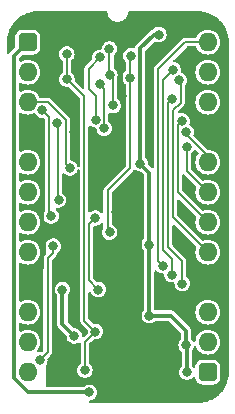
<source format=gbl>
%TF.GenerationSoftware,KiCad,Pcbnew,7.0.5*%
%TF.CreationDate,2024-03-06T21:59:26+02:00*%
%TF.ProjectId,Video Main Memory Select,56696465-6f20-44d6-9169-6e204d656d6f,V0*%
%TF.SameCoordinates,PX54c81a0PY37b6b20*%
%TF.FileFunction,Copper,L2,Bot*%
%TF.FilePolarity,Positive*%
%FSLAX46Y46*%
G04 Gerber Fmt 4.6, Leading zero omitted, Abs format (unit mm)*
G04 Created by KiCad (PCBNEW 7.0.5) date 2024-03-06 21:59:26*
%MOMM*%
%LPD*%
G01*
G04 APERTURE LIST*
G04 Aperture macros list*
%AMRoundRect*
0 Rectangle with rounded corners*
0 $1 Rounding radius*
0 $2 $3 $4 $5 $6 $7 $8 $9 X,Y pos of 4 corners*
0 Add a 4 corners polygon primitive as box body*
4,1,4,$2,$3,$4,$5,$6,$7,$8,$9,$2,$3,0*
0 Add four circle primitives for the rounded corners*
1,1,$1+$1,$2,$3*
1,1,$1+$1,$4,$5*
1,1,$1+$1,$6,$7*
1,1,$1+$1,$8,$9*
0 Add four rect primitives between the rounded corners*
20,1,$1+$1,$2,$3,$4,$5,0*
20,1,$1+$1,$4,$5,$6,$7,0*
20,1,$1+$1,$6,$7,$8,$9,0*
20,1,$1+$1,$8,$9,$2,$3,0*%
G04 Aperture macros list end*
%TA.AperFunction,ComponentPad*%
%ADD10RoundRect,0.400000X-0.400000X-0.400000X0.400000X-0.400000X0.400000X0.400000X-0.400000X0.400000X0*%
%TD*%
%TA.AperFunction,ComponentPad*%
%ADD11O,1.600000X1.600000*%
%TD*%
%TA.AperFunction,ComponentPad*%
%ADD12R,1.600000X1.600000*%
%TD*%
%TA.AperFunction,ViaPad*%
%ADD13C,0.800000*%
%TD*%
%TA.AperFunction,Conductor*%
%ADD14C,0.200000*%
%TD*%
%TA.AperFunction,Conductor*%
%ADD15C,0.380000*%
%TD*%
G04 APERTURE END LIST*
D10*
%TO.P,J1,1,Pin_1*%
%TO.N,/5V*%
X0Y0D03*
D11*
%TO.P,J1,2,Pin_2*%
%TO.N,unconnected-(J1-Pin_2-Pad2)*%
X0Y-2540000D03*
%TO.P,J1,3,Pin_3*%
%TO.N,/~{MR}*%
X0Y-5080000D03*
D12*
%TO.P,J1,4,Pin_4*%
%TO.N,/GND*%
X0Y-7620000D03*
D11*
%TO.P,J1,5,Pin_5*%
%TO.N,/CLK*%
X0Y-10160000D03*
%TO.P,J1,6,Pin_6*%
%TO.N,/~{Memory A}*%
X0Y-12700000D03*
%TO.P,J1,7,Pin_7*%
%TO.N,/~{Memory B}*%
X0Y-15240000D03*
%TO.P,J1,8,Pin_8*%
%TO.N,/Memory Frame*%
X0Y-17780000D03*
D12*
%TO.P,J1,9,Pin_9*%
%TO.N,/GND*%
X0Y-20320000D03*
D11*
%TO.P,J1,10,Pin_10*%
%TO.N,unconnected-(J1-Pin_10-Pad10)*%
X0Y-22860000D03*
%TO.P,J1,11,Pin_11*%
%TO.N,unconnected-(J1-Pin_11-Pad11)*%
X0Y-25400000D03*
%TO.P,J1,12,Pin_12*%
%TO.N,unconnected-(J1-Pin_12-Pad12)*%
X0Y-27940000D03*
D10*
%TO.P,J1,13,Pin_13*%
%TO.N,/5V*%
X15240000Y-27940000D03*
D11*
%TO.P,J1,14,Pin_14*%
%TO.N,unconnected-(J1-Pin_14-Pad14)*%
X15240000Y-25400000D03*
%TO.P,J1,15,Pin_15*%
%TO.N,/~{Memory Frame}*%
X15240000Y-22860000D03*
D12*
%TO.P,J1,16,Pin_16*%
%TO.N,/GND*%
X15240000Y-20320000D03*
D11*
%TO.P,J1,17,Pin_17*%
%TO.N,/D~{OE}P1*%
X15240000Y-17780000D03*
%TO.P,J1,18,Pin_18*%
%TO.N,/D~{OE}G1*%
X15240000Y-15240000D03*
%TO.P,J1,19,Pin_19*%
%TO.N,/D~{OE}P0*%
X15240000Y-12700000D03*
%TO.P,J1,20,Pin_20*%
%TO.N,/D~{OE}G0*%
X15240000Y-10160000D03*
D12*
%TO.P,J1,21,Pin_21*%
%TO.N,/GND*%
X15240000Y-7620000D03*
D11*
%TO.P,J1,22,Pin_22*%
%TO.N,/~{Load Address Bank}*%
X15240000Y-5080000D03*
%TO.P,J1,23,Pin_23*%
%TO.N,/~{Load Address High}*%
X15240000Y-2540000D03*
%TO.P,J1,24,Pin_24*%
%TO.N,/~{Load Address Low}*%
X15240000Y0D03*
%TD*%
D13*
%TO.N,/~{Memory B}*%
X1979827Y-14730421D03*
X1233585Y-5780000D03*
%TO.N,/~{Memory Frame}*%
X3302000Y-1016000D03*
%TO.N,/~{Memory A}*%
X7239000Y-5362000D03*
%TO.N,/GND*%
X3939997Y-7619997D03*
X3302000Y-4445000D03*
%TO.N,/~{Memory A}*%
X2478000Y-6852404D03*
X2605000Y-13376021D03*
%TO.N,/5V*%
X5207000Y-29662502D03*
%TO.N,/GND*%
X1454997Y-15737003D03*
X9017000Y508000D03*
X3302000Y-25908000D03*
X7939000Y-4572000D03*
X7493000Y-14422307D03*
X12446000Y-26289000D03*
X7493000Y-19812000D03*
X11557000Y-24130000D03*
X8255000Y-22606000D03*
%TO.N,/3.3V*%
X13402738Y-25649029D03*
X11094000Y635008D03*
X3937000Y-24892000D03*
X2938252Y-20952125D03*
X10287000Y-17145000D03*
X10287000Y-23165502D03*
X13462000Y-27946500D03*
X9525000Y-10286984D03*
%TO.N,/~{MR}*%
X3556000Y-10668000D03*
%TO.N,/CEP*%
X5969000Y-20955002D03*
X5715000Y-14906772D03*
%TO.N,/~{Load Address Bank}*%
X13081000Y-20447000D03*
X12233439Y-4841685D03*
%TO.N,/~{Load Address High}*%
X12192000Y-19685006D03*
X12294433Y-2328609D03*
%TO.N,/~{Load Address Low}*%
X11430000Y-18923000D03*
%TO.N,/Memory Frame*%
X1016000Y-26924000D03*
X6931349Y-16101199D03*
X2159008Y-17272000D03*
X8657303Y-3007974D03*
X8732121Y-1148109D03*
%TO.N,/~{Memory Frame}*%
X3313320Y-3137631D03*
X5714996Y-24511000D03*
X4826000Y-27785000D03*
%TO.N,/~{Memory A}*%
X6907465Y-562618D03*
X6950899Y-2793940D03*
%TO.N,/D~{OE}G0*%
X5736340Y-6567116D03*
X6108206Y-1283844D03*
X13400018Y-7620000D03*
%TO.N,/D~{OE}P0*%
X6096000Y-3556000D03*
X6477000Y-7304000D03*
X13462000Y-8862000D03*
%TO.N,/D~{OE}G1*%
X13060277Y-6658474D03*
%TO.N,/D~{OE}P1*%
X12827000Y-3240020D03*
%TD*%
D14*
%TO.N,/~{MR}*%
X3240000Y-10352000D02*
X3556000Y-10668000D01*
X1695546Y-5080000D02*
X3240000Y-6624454D01*
X0Y-5080000D02*
X1695546Y-5080000D01*
%TO.N,/~{Memory B}*%
X1778000Y-6324415D02*
X1233585Y-5780000D01*
X1979827Y-14730421D02*
X1778000Y-14528594D01*
%TO.N,/~{MR}*%
X3240000Y-6624454D02*
X3240000Y-10352000D01*
%TO.N,/~{Memory B}*%
X1778000Y-14528594D02*
X1778000Y-6324415D01*
%TO.N,/~{Memory Frame}*%
X3302000Y-3126311D02*
X3313320Y-3137631D01*
X4781848Y-23577852D02*
X4781848Y-4606159D01*
X5714996Y-24511000D02*
X4781848Y-23577852D01*
X3302000Y-1016000D02*
X3302000Y-3126311D01*
X4781848Y-4606159D02*
X3313320Y-3137631D01*
%TO.N,/~{Memory A}*%
X7239000Y-3082041D02*
X7239000Y-5362000D01*
X6950899Y-2793940D02*
X7239000Y-3082041D01*
%TO.N,/D~{OE}P0*%
X6477000Y-7304000D02*
X6477000Y-3937000D01*
X6477000Y-3937000D02*
X6096000Y-3556000D01*
%TO.N,/D~{OE}G0*%
X5736340Y-4597290D02*
X5736340Y-6567116D01*
X5142000Y-2250050D02*
X5142000Y-4002950D01*
X6108206Y-1283844D02*
X5142000Y-2250050D01*
X5142000Y-4002950D02*
X5736340Y-4597290D01*
%TO.N,/~{Memory A}*%
X2544750Y-6919154D02*
X2478000Y-6852404D01*
X2544750Y-13315771D02*
X2544750Y-6919154D01*
X2605000Y-13376021D02*
X2544750Y-13315771D01*
D15*
%TO.N,/GND*%
X1190000Y-16002000D02*
X1454997Y-15737003D01*
X1190000Y-19130000D02*
X1190000Y-16002000D01*
X0Y-20320000D02*
X1190000Y-19130000D01*
X1190000Y-8810000D02*
X1190000Y-15472006D01*
X0Y-7620000D02*
X1190000Y-8810000D01*
X1190000Y-15472006D02*
X1454997Y-15737003D01*
D14*
%TO.N,/CEP*%
X5181848Y-15439924D02*
X5715000Y-14906772D01*
X5181848Y-20167850D02*
X5181848Y-15439924D01*
X5969000Y-20955002D02*
X5181848Y-20167850D01*
D15*
%TO.N,/GND*%
X3939997Y-5082997D02*
X3939997Y-7619997D01*
X3302000Y-4445000D02*
X3939997Y-5082997D01*
D14*
%TO.N,/~{Memory A}*%
X6907465Y-2750506D02*
X6950899Y-2793940D01*
D15*
%TO.N,/GND*%
X7852453Y-656547D02*
X7852453Y-4485453D01*
X9017000Y508000D02*
X7852453Y-656547D01*
D14*
%TO.N,/~{Memory A}*%
X6907465Y-562618D02*
X6907465Y-2750506D01*
D15*
%TO.N,/GND*%
X7852453Y-4485453D02*
X7939000Y-4572000D01*
%TO.N,/5V*%
X5207000Y-29662502D02*
X-3192Y-29662502D01*
X-1190000Y-1190000D02*
X0Y0D01*
X-3192Y-29662502D02*
X-1190000Y-28475694D01*
X-1190000Y-28475694D02*
X-1190000Y-1190000D01*
%TO.N,/GND*%
X3302000Y-27686000D02*
X4191000Y-28575000D01*
X8255000Y-22606000D02*
X8255000Y-23241000D01*
X9144000Y-24130000D02*
X11557000Y-24130000D01*
X7493000Y-19812000D02*
X7775000Y-19530000D01*
X6096000Y-28575000D02*
X9144000Y-25527000D01*
X7775000Y-19530000D02*
X7775000Y-14704307D01*
X11557000Y-25400000D02*
X11557000Y-24130000D01*
X8255000Y-22606000D02*
X8255000Y-20574000D01*
X8255000Y-20574000D02*
X7493000Y-19812000D01*
X3302000Y-25908000D02*
X3302000Y-27686000D01*
X12446000Y-26289000D02*
X11557000Y-25400000D01*
X4191000Y-28575000D02*
X6096000Y-28575000D01*
X8255000Y-23241000D02*
X9144000Y-24130000D01*
X7775000Y-14704307D02*
X7493000Y-14422307D01*
X9144000Y-25527000D02*
X9144000Y-24130000D01*
%TO.N,/3.3V*%
X10287000Y-23165502D02*
X12116502Y-23165502D01*
X10287000Y-23165502D02*
X10287000Y-17145000D01*
X10668006Y635008D02*
X11094000Y635008D01*
X13462000Y-25708291D02*
X13402738Y-25649029D01*
X13402738Y-24451738D02*
X13402738Y-25649029D01*
X12116502Y-23165502D02*
X13402738Y-24451738D01*
X13462000Y-27946500D02*
X13462000Y-25708291D01*
X9525000Y-507998D02*
X10668006Y635008D01*
X2938252Y-23893252D02*
X2938252Y-20952125D01*
X10287000Y-11048984D02*
X9525000Y-10286984D01*
X10287000Y-17145000D02*
X10287000Y-11048984D01*
X9525000Y-10286984D02*
X9525000Y-507998D01*
X3937000Y-24892000D02*
X2938252Y-23893252D01*
D14*
%TO.N,/~{Load Address Bank}*%
X13081000Y-20447000D02*
X13081000Y-18542000D01*
X13081000Y-18542000D02*
X11900000Y-17361000D01*
X11900000Y-5175124D02*
X12233439Y-4841685D01*
X11900000Y-17361000D02*
X11900000Y-5175124D01*
%TO.N,/~{Load Address High}*%
X12192000Y-18345686D02*
X11427000Y-17580686D01*
X11427000Y-3196042D02*
X12294433Y-2328609D01*
X12192000Y-19685006D02*
X12192000Y-18345686D01*
X11427000Y-17580686D02*
X11427000Y-3196042D01*
%TO.N,/~{Load Address Low}*%
X13335000Y0D02*
X11027000Y-2308000D01*
X15240000Y0D02*
X13335000Y0D01*
X11027000Y-18520000D02*
X11430000Y-18923000D01*
X11027000Y-2308000D02*
X11027000Y-18520000D01*
%TO.N,/Memory Frame*%
X8657303Y-10646697D02*
X8657303Y-3007974D01*
X1680000Y-18300000D02*
X2159008Y-17820992D01*
X8657303Y-3007974D02*
X8657303Y-1222927D01*
X2159008Y-17820992D02*
X2159008Y-17272000D01*
X1680000Y-26260000D02*
X1680000Y-18300000D01*
X8657303Y-1222927D02*
X8732121Y-1148109D01*
X6756249Y-15926099D02*
X6756249Y-12547751D01*
X6931349Y-16101199D02*
X6756249Y-15926099D01*
X6756249Y-12547751D02*
X8657303Y-10646697D01*
X1016000Y-26924000D02*
X1680000Y-26260000D01*
%TO.N,/~{Memory Frame}*%
X4826000Y-25399996D02*
X4826000Y-27785000D01*
X5714996Y-24511000D02*
X4826000Y-25399996D01*
%TO.N,/D~{OE}G0*%
X15240000Y-9650050D02*
X13400018Y-7810068D01*
X13400018Y-7810068D02*
X13400018Y-7620000D01*
%TO.N,/D~{OE}P0*%
X15240000Y-12700000D02*
X13462000Y-10922000D01*
X13462000Y-10922000D02*
X13462000Y-8862000D01*
%TO.N,/D~{OE}G1*%
X12700000Y-7018751D02*
X13060277Y-6658474D01*
X12700000Y-12700000D02*
X12700000Y-7018751D01*
X15240000Y-15240000D02*
X12700000Y-12700000D01*
%TO.N,/D~{OE}P1*%
X12300000Y-14840000D02*
X12300000Y-5765074D01*
X12933439Y-3346459D02*
X12827000Y-3240020D01*
X12300000Y-5765074D02*
X12933439Y-5131635D01*
X12933439Y-5131635D02*
X12933439Y-3346459D01*
X15240000Y-17780000D02*
X12300000Y-14840000D01*
%TD*%
%TA.AperFunction,Conductor*%
%TO.N,/GND*%
G36*
X-567050Y-5968054D02*
G01*
X-403954Y-6055232D01*
X-205934Y-6115300D01*
X-205935Y-6115300D01*
X-187471Y-6117118D01*
X0Y-6135583D01*
X205934Y-6115300D01*
X403954Y-6055232D01*
X477710Y-6015808D01*
X546109Y-6001567D01*
X611353Y-6026566D01*
X649703Y-6077977D01*
X649881Y-6077884D01*
X650466Y-6079000D01*
X652101Y-6081191D01*
X653363Y-6084520D01*
X653364Y-6084522D01*
X653365Y-6084523D01*
X743102Y-6214530D01*
X861345Y-6319283D01*
X861347Y-6319284D01*
X1001219Y-6392696D01*
X1154599Y-6430500D01*
X1303500Y-6430500D01*
X1370539Y-6450185D01*
X1416294Y-6502989D01*
X1427500Y-6554500D01*
X1427500Y-14346848D01*
X1407815Y-14413887D01*
X1405552Y-14417285D01*
X1399607Y-14425897D01*
X1343589Y-14573602D01*
X1324549Y-14730420D01*
X1324549Y-14730421D01*
X1343589Y-14887239D01*
X1399274Y-15034066D01*
X1399607Y-15034944D01*
X1489344Y-15164951D01*
X1523999Y-15195652D01*
X1523999Y-17111939D01*
X1522770Y-17115181D01*
X1503730Y-17271999D01*
X1503730Y-17272000D01*
X1522770Y-17428818D01*
X1523999Y-17432059D01*
X1523999Y-17960316D01*
X1466955Y-18017361D01*
X1447106Y-18033482D01*
X1439331Y-18038562D01*
X1419143Y-18064498D01*
X1414067Y-18070248D01*
X1411634Y-18072681D01*
X1411624Y-18072694D01*
X1399695Y-18089401D01*
X1398164Y-18091453D01*
X1367483Y-18130872D01*
X1363975Y-18137353D01*
X1360761Y-18143931D01*
X1346506Y-18191809D01*
X1345725Y-18194246D01*
X1329499Y-18241512D01*
X1328294Y-18248733D01*
X1327382Y-18256046D01*
X1329447Y-18305948D01*
X1329500Y-18308510D01*
X1329500Y-26063455D01*
X1309815Y-26130494D01*
X1293181Y-26151137D01*
X1205274Y-26239043D01*
X1143950Y-26272527D01*
X1102721Y-26272004D01*
X1102430Y-26274404D01*
X1094985Y-26273500D01*
X937015Y-26273500D01*
X937014Y-26273500D01*
X929475Y-26275358D01*
X859673Y-26272286D01*
X802612Y-26231965D01*
X776409Y-26167194D01*
X789383Y-26098540D01*
X803948Y-26076298D01*
X877685Y-25986450D01*
X975232Y-25803954D01*
X1035300Y-25605934D01*
X1055583Y-25400000D01*
X1035300Y-25194066D01*
X975232Y-24996046D01*
X877685Y-24813550D01*
X825702Y-24750209D01*
X746410Y-24653589D01*
X628677Y-24556969D01*
X586450Y-24522315D01*
X403954Y-24424768D01*
X205934Y-24364700D01*
X205932Y-24364699D01*
X205934Y-24364699D01*
X18463Y-24346235D01*
X0Y-24344417D01*
X-1Y-24344417D01*
X-205933Y-24364699D01*
X-403959Y-24424769D01*
X-567047Y-24511943D01*
X-635449Y-24526185D01*
X-700693Y-24501185D01*
X-742064Y-24444880D01*
X-749500Y-24402585D01*
X-749500Y-23857414D01*
X-729815Y-23790375D01*
X-677011Y-23744620D01*
X-607853Y-23734676D01*
X-567050Y-23748054D01*
X-403954Y-23835232D01*
X-205934Y-23895300D01*
X-205935Y-23895300D01*
X-185653Y-23897297D01*
X0Y-23915583D01*
X205934Y-23895300D01*
X403954Y-23835232D01*
X586450Y-23737685D01*
X746410Y-23606410D01*
X877685Y-23446450D01*
X975232Y-23263954D01*
X1035300Y-23065934D01*
X1055583Y-22860000D01*
X1035300Y-22654066D01*
X975232Y-22456046D01*
X877685Y-22273550D01*
X825702Y-22210209D01*
X746410Y-22113589D01*
X628677Y-22016969D01*
X586450Y-21982315D01*
X403954Y-21884768D01*
X205934Y-21824700D01*
X205932Y-21824699D01*
X205934Y-21824699D01*
X18463Y-21806235D01*
X0Y-21804417D01*
X-1Y-21804417D01*
X-205933Y-21824699D01*
X-403959Y-21884769D01*
X-567047Y-21971943D01*
X-635449Y-21986185D01*
X-700693Y-21961185D01*
X-742064Y-21904880D01*
X-749500Y-21862585D01*
X-749500Y-18777414D01*
X-729815Y-18710375D01*
X-677011Y-18664620D01*
X-607853Y-18654676D01*
X-567050Y-18668054D01*
X-403954Y-18755232D01*
X-205934Y-18815300D01*
X-205935Y-18815300D01*
X-185652Y-18817297D01*
X0Y-18835583D01*
X205934Y-18815300D01*
X403954Y-18755232D01*
X586450Y-18657685D01*
X746410Y-18526410D01*
X877685Y-18366450D01*
X975232Y-18183954D01*
X1035300Y-17985934D01*
X1055583Y-17780000D01*
X1035300Y-17574066D01*
X975232Y-17376046D01*
X877685Y-17193550D01*
X825702Y-17130209D01*
X746410Y-17033589D01*
X628677Y-16936969D01*
X586450Y-16902315D01*
X403954Y-16804768D01*
X205934Y-16744700D01*
X205932Y-16744699D01*
X205934Y-16744699D01*
X0Y-16724417D01*
X-205933Y-16744699D01*
X-403959Y-16804769D01*
X-567047Y-16891943D01*
X-635449Y-16906185D01*
X-700693Y-16881185D01*
X-742064Y-16824880D01*
X-749500Y-16782585D01*
X-749500Y-16237414D01*
X-729815Y-16170375D01*
X-677011Y-16124620D01*
X-607853Y-16114676D01*
X-567050Y-16128054D01*
X-403954Y-16215232D01*
X-205934Y-16275300D01*
X-205935Y-16275300D01*
X-187471Y-16277118D01*
X0Y-16295583D01*
X205934Y-16275300D01*
X403954Y-16215232D01*
X586450Y-16117685D01*
X746410Y-15986410D01*
X877685Y-15826450D01*
X975232Y-15643954D01*
X1035300Y-15445934D01*
X1055583Y-15240000D01*
X1035300Y-15034066D01*
X975232Y-14836046D01*
X877685Y-14653550D01*
X812074Y-14573602D01*
X746410Y-14493589D01*
X614685Y-14385487D01*
X586450Y-14362315D01*
X403954Y-14264768D01*
X205934Y-14204700D01*
X205932Y-14204699D01*
X205934Y-14204699D01*
X18463Y-14186235D01*
X0Y-14184417D01*
X-1Y-14184417D01*
X-205933Y-14204699D01*
X-403959Y-14264769D01*
X-567047Y-14351943D01*
X-635449Y-14366185D01*
X-700693Y-14341185D01*
X-742064Y-14284880D01*
X-749500Y-14242585D01*
X-749500Y-13697414D01*
X-729815Y-13630375D01*
X-677011Y-13584620D01*
X-607853Y-13574676D01*
X-567050Y-13588054D01*
X-403954Y-13675232D01*
X-205934Y-13735300D01*
X-205935Y-13735300D01*
X-185653Y-13737297D01*
X0Y-13755583D01*
X205934Y-13735300D01*
X403954Y-13675232D01*
X586450Y-13577685D01*
X746410Y-13446410D01*
X877685Y-13286450D01*
X975232Y-13103954D01*
X1035300Y-12905934D01*
X1055583Y-12700000D01*
X1035300Y-12494066D01*
X975232Y-12296046D01*
X877685Y-12113550D01*
X825702Y-12050209D01*
X746410Y-11953589D01*
X628677Y-11856969D01*
X586450Y-11822315D01*
X403954Y-11724768D01*
X205934Y-11664700D01*
X205932Y-11664699D01*
X205934Y-11664699D01*
X0Y-11644417D01*
X-205933Y-11664699D01*
X-403959Y-11724769D01*
X-567047Y-11811943D01*
X-635449Y-11826185D01*
X-700693Y-11801185D01*
X-742064Y-11744880D01*
X-749500Y-11702585D01*
X-749500Y-11157414D01*
X-729815Y-11090375D01*
X-677011Y-11044620D01*
X-607853Y-11034676D01*
X-567050Y-11048054D01*
X-403954Y-11135232D01*
X-205934Y-11195300D01*
X-205935Y-11195300D01*
X-187471Y-11197118D01*
X0Y-11215583D01*
X205934Y-11195300D01*
X403954Y-11135232D01*
X586450Y-11037685D01*
X746410Y-10906410D01*
X877685Y-10746450D01*
X975232Y-10563954D01*
X1035300Y-10365934D01*
X1055583Y-10160000D01*
X1035300Y-9954066D01*
X975232Y-9756046D01*
X877685Y-9573550D01*
X825702Y-9510209D01*
X746410Y-9413589D01*
X628677Y-9316969D01*
X586450Y-9282315D01*
X403954Y-9184768D01*
X205934Y-9124700D01*
X205932Y-9124699D01*
X205934Y-9124699D01*
X18463Y-9106235D01*
X0Y-9104417D01*
X-1Y-9104417D01*
X-205933Y-9124699D01*
X-403959Y-9184769D01*
X-567047Y-9271943D01*
X-635449Y-9286185D01*
X-700693Y-9261185D01*
X-742064Y-9204880D01*
X-749500Y-9162585D01*
X-749500Y-6077414D01*
X-729815Y-6010375D01*
X-677011Y-5964620D01*
X-607853Y-5954676D01*
X-567050Y-5968054D01*
G37*
%TD.AperFunction*%
%TA.AperFunction,Conductor*%
G36*
X1524000Y-4729500D02*
G01*
X1078127Y-4729500D01*
X1011088Y-4709815D01*
X968769Y-4663954D01*
X949879Y-4628615D01*
X877685Y-4493550D01*
X825702Y-4430209D01*
X746410Y-4333589D01*
X628677Y-4236969D01*
X586450Y-4202315D01*
X403954Y-4104768D01*
X205934Y-4044700D01*
X205932Y-4044699D01*
X205934Y-4044699D01*
X18463Y-4026235D01*
X0Y-4024417D01*
X-1Y-4024417D01*
X-205933Y-4044699D01*
X-403959Y-4104769D01*
X-567047Y-4191943D01*
X-635449Y-4206185D01*
X-700693Y-4181185D01*
X-742064Y-4124880D01*
X-749500Y-4082585D01*
X-749500Y-3537414D01*
X-729815Y-3470375D01*
X-677011Y-3424620D01*
X-607853Y-3414676D01*
X-567050Y-3428054D01*
X-403954Y-3515232D01*
X-205934Y-3575300D01*
X-205935Y-3575300D01*
X-185653Y-3577297D01*
X0Y-3595583D01*
X205934Y-3575300D01*
X403954Y-3515232D01*
X586450Y-3417685D01*
X746410Y-3286410D01*
X877685Y-3126450D01*
X975232Y-2943954D01*
X1035300Y-2745934D01*
X1055583Y-2540000D01*
X1035300Y-2334066D01*
X975232Y-2136046D01*
X877685Y-1953550D01*
X825702Y-1890209D01*
X746410Y-1793589D01*
X628677Y-1696969D01*
X586450Y-1662315D01*
X403954Y-1564768D01*
X205934Y-1504700D01*
X205932Y-1504699D01*
X205934Y-1504699D01*
X18463Y-1486235D01*
X0Y-1484417D01*
X-1Y-1484417D01*
X-205933Y-1504699D01*
X-403959Y-1564769D01*
X-567047Y-1651943D01*
X-635449Y-1666185D01*
X-700693Y-1641185D01*
X-742064Y-1584880D01*
X-749500Y-1542585D01*
X-749500Y-1423823D01*
X-729815Y-1356784D01*
X-713181Y-1336142D01*
X-463858Y-1086819D01*
X-402535Y-1053334D01*
X-376177Y-1050500D01*
X465686Y-1050500D01*
X465694Y-1050500D01*
X502569Y-1047598D01*
X502571Y-1047597D01*
X502573Y-1047597D01*
X544191Y-1035505D01*
X660398Y-1001744D01*
X801865Y-918081D01*
X918081Y-801865D01*
X1001744Y-660398D01*
X1047598Y-502569D01*
X1050500Y-465694D01*
X1050500Y465694D01*
X1047598Y502569D01*
X1024667Y581496D01*
X1001745Y660394D01*
X1001744Y660397D01*
X1001744Y660398D01*
X918081Y801865D01*
X918079Y801867D01*
X918076Y801871D01*
X801870Y918077D01*
X801862Y918083D01*
X660396Y1001745D01*
X660393Y1001746D01*
X502573Y1047598D01*
X502567Y1047599D01*
X465701Y1050500D01*
X465694Y1050500D01*
X-465694Y1050500D01*
X-465702Y1050500D01*
X-502568Y1047599D01*
X-502574Y1047598D01*
X-660394Y1001746D01*
X-660397Y1001745D01*
X-801863Y918083D01*
X-801871Y918077D01*
X-918077Y801871D01*
X-918083Y801863D01*
X-1001745Y660397D01*
X-1001746Y660394D01*
X-1047598Y502574D01*
X-1047599Y502568D01*
X-1050500Y465702D01*
X-1050500Y-376176D01*
X-1070185Y-443215D01*
X-1086819Y-463857D01*
X-1481519Y-858557D01*
X-1486706Y-863192D01*
X-1516557Y-886998D01*
X-1516559Y-887000D01*
X-1548667Y-934093D01*
X-1550004Y-935976D01*
X-1553720Y-941013D01*
X-1609362Y-983272D01*
X-1679017Y-988739D01*
X-1740571Y-955680D01*
X-1774481Y-894590D01*
X-1777500Y-867393D01*
X-1777500Y-1740D01*
X-1777402Y1737D01*
X-1775879Y28867D01*
X-1771003Y115695D01*
X-1760079Y296281D01*
X-1759321Y302871D01*
X-1735711Y441835D01*
X-1707406Y596286D01*
X-1706011Y602220D01*
X-1665766Y741914D01*
X-1665464Y742918D01*
X-1620223Y888100D01*
X-1618331Y893327D01*
X-1561973Y1029385D01*
X-1561319Y1030898D01*
X-1499721Y1167764D01*
X-1497481Y1172242D01*
X-1425775Y1301983D01*
X-1424629Y1303964D01*
X-1347525Y1431511D01*
X-1345080Y1435238D01*
X-1258992Y1556567D01*
X-1257270Y1558875D01*
X-1165698Y1675759D01*
X-1163188Y1678758D01*
X-1063825Y1789944D01*
X-1061541Y1792360D01*
X-956667Y1897234D01*
X-954213Y1899554D01*
X-842993Y1998944D01*
X-839992Y2001457D01*
X-723254Y2092915D01*
X-720951Y2094633D01*
X-599395Y2180881D01*
X-595701Y2183304D01*
X-468526Y2260183D01*
X-466466Y2261374D01*
X-336363Y2333278D01*
X-331881Y2335521D01*
X-195735Y2396795D01*
X-194089Y2397506D01*
X-57400Y2454123D01*
X-52167Y2456018D01*
X55524Y2489575D01*
X91759Y2500866D01*
X92988Y2501236D01*
X233723Y2541779D01*
X239698Y2543184D01*
X391958Y2571087D01*
X533112Y2595068D01*
X539724Y2595827D01*
X713163Y2606319D01*
X834587Y2613136D01*
X838037Y2613232D01*
X887371Y2613232D01*
X887559Y2613255D01*
X1523999Y2613521D01*
X1524000Y-4729500D01*
G37*
%TD.AperFunction*%
%TD*%
%TA.AperFunction,Conductor*%
%TO.N,/GND*%
G36*
X14352435Y2613256D02*
G01*
X14352512Y2613233D01*
X14402528Y2613233D01*
X14405986Y2613137D01*
X14519449Y2606766D01*
X14700571Y2595809D01*
X14707204Y2595048D01*
X14845512Y2571550D01*
X15000648Y2543119D01*
X15006597Y2541721D01*
X15145536Y2501695D01*
X15146639Y2501364D01*
X15292544Y2455898D01*
X15297748Y2454014D01*
X15433018Y2397985D01*
X15434667Y2397272D01*
X15572246Y2335353D01*
X15576764Y2333094D01*
X15705690Y2261840D01*
X15707698Y2260679D01*
X15785997Y2213346D01*
X15836068Y2183076D01*
X15839863Y2180588D01*
X15960309Y2095129D01*
X15962656Y2093378D01*
X16080409Y2001124D01*
X16083486Y1998548D01*
X16193688Y1900067D01*
X16196216Y1897677D01*
X16301976Y1791917D01*
X16304348Y1789407D01*
X16402769Y1679276D01*
X16405346Y1676197D01*
X16497754Y1558246D01*
X16499513Y1555888D01*
X16584767Y1435735D01*
X16587262Y1431930D01*
X16665114Y1303147D01*
X16666319Y1301063D01*
X16737254Y1172716D01*
X16739529Y1168169D01*
X16801803Y1029803D01*
X16802546Y1028084D01*
X16858183Y893763D01*
X16860096Y888479D01*
X16905970Y741266D01*
X16906354Y739986D01*
X16945920Y602654D01*
X16947329Y596662D01*
X16976274Y438714D01*
X16999287Y303268D01*
X17000051Y296621D01*
X17011516Y107125D01*
X17017401Y2343D01*
X17017499Y-1134D01*
X17017499Y-27938256D01*
X17017401Y-27941734D01*
X17011011Y-28055521D01*
X17000080Y-28236248D01*
X16999316Y-28242895D01*
X16975725Y-28381745D01*
X16947409Y-28536257D01*
X16946001Y-28542248D01*
X16905808Y-28681761D01*
X16905423Y-28683043D01*
X16860231Y-28828069D01*
X16858318Y-28833353D01*
X16802017Y-28969273D01*
X16801275Y-28970992D01*
X16739733Y-29107731D01*
X16737458Y-29112278D01*
X16665813Y-29241908D01*
X16664608Y-29243992D01*
X16587538Y-29371482D01*
X16585043Y-29375287D01*
X16499018Y-29496527D01*
X16497258Y-29498886D01*
X16405713Y-29615734D01*
X16403136Y-29618812D01*
X16303891Y-29729866D01*
X16301502Y-29732393D01*
X16196681Y-29837216D01*
X16194152Y-29839606D01*
X16083041Y-29938899D01*
X16079964Y-29941475D01*
X15963265Y-30032903D01*
X15960905Y-30034663D01*
X15839459Y-30120833D01*
X15835655Y-30123327D01*
X15708521Y-30200183D01*
X15706436Y-30201389D01*
X15576389Y-30273261D01*
X15571843Y-30275535D01*
X15435768Y-30336778D01*
X15434048Y-30337521D01*
X15297425Y-30394110D01*
X15292142Y-30396023D01*
X15148215Y-30440872D01*
X15146932Y-30441257D01*
X15006305Y-30481769D01*
X15000315Y-30483177D01*
X14847819Y-30511124D01*
X14819331Y-30515964D01*
X14706928Y-30535060D01*
X14700283Y-30535823D01*
X14526568Y-30546332D01*
X14405434Y-30553134D01*
X14401957Y-30553232D01*
X13716000Y-30553232D01*
X13716000Y-28547840D01*
X13834240Y-28485783D01*
X13952483Y-28381030D01*
X13965216Y-28362582D01*
X14019495Y-28318592D01*
X14088943Y-28310930D01*
X14151509Y-28342031D01*
X14187328Y-28402021D01*
X14190883Y-28423288D01*
X14192400Y-28442559D01*
X14192402Y-28442573D01*
X14238254Y-28600393D01*
X14238255Y-28600396D01*
X14321917Y-28741862D01*
X14321923Y-28741870D01*
X14438129Y-28858076D01*
X14438133Y-28858079D01*
X14438135Y-28858081D01*
X14579602Y-28941744D01*
X14580466Y-28941995D01*
X14737426Y-28987597D01*
X14737429Y-28987597D01*
X14737431Y-28987598D01*
X14774306Y-28990500D01*
X14774314Y-28990500D01*
X15705686Y-28990500D01*
X15705694Y-28990500D01*
X15742569Y-28987598D01*
X15742571Y-28987597D01*
X15742573Y-28987597D01*
X15784191Y-28975505D01*
X15900398Y-28941744D01*
X16041865Y-28858081D01*
X16158081Y-28741865D01*
X16241744Y-28600398D01*
X16287598Y-28442569D01*
X16290500Y-28405694D01*
X16290500Y-27474306D01*
X16287598Y-27437431D01*
X16241744Y-27279602D01*
X16158081Y-27138135D01*
X16158079Y-27138133D01*
X16158076Y-27138129D01*
X16041870Y-27021923D01*
X16041862Y-27021917D01*
X15900396Y-26938255D01*
X15900393Y-26938254D01*
X15742573Y-26892402D01*
X15742567Y-26892401D01*
X15705701Y-26889500D01*
X15705694Y-26889500D01*
X14774306Y-26889500D01*
X14774298Y-26889500D01*
X14737432Y-26892401D01*
X14737426Y-26892402D01*
X14579606Y-26938254D01*
X14579603Y-26938255D01*
X14438137Y-27021917D01*
X14438129Y-27021923D01*
X14321923Y-27138129D01*
X14321917Y-27138137D01*
X14238255Y-27279603D01*
X14238254Y-27279606D01*
X14192402Y-27437426D01*
X14192401Y-27437432D01*
X14189966Y-27468378D01*
X14165081Y-27533666D01*
X14108850Y-27575137D01*
X14039124Y-27579623D01*
X13978042Y-27545700D01*
X13964297Y-27529086D01*
X13952482Y-27511968D01*
X13944273Y-27504696D01*
X13907146Y-27445507D01*
X13902500Y-27411881D01*
X13902500Y-26108755D01*
X13922185Y-26041716D01*
X13924450Y-26038315D01*
X13982958Y-25953552D01*
X14036409Y-25812612D01*
X14078587Y-25756910D01*
X14144185Y-25732853D01*
X14212375Y-25748080D01*
X14261508Y-25797756D01*
X14261933Y-25798650D01*
X14264767Y-25803953D01*
X14264768Y-25803954D01*
X14362315Y-25986450D01*
X14362317Y-25986452D01*
X14493589Y-26146410D01*
X14590209Y-26225702D01*
X14653550Y-26277685D01*
X14836046Y-26375232D01*
X15034066Y-26435300D01*
X15034065Y-26435300D01*
X15052529Y-26437118D01*
X15240000Y-26455583D01*
X15445934Y-26435300D01*
X15643954Y-26375232D01*
X15826450Y-26277685D01*
X15986410Y-26146410D01*
X16117685Y-25986450D01*
X16215232Y-25803954D01*
X16275300Y-25605934D01*
X16295583Y-25400000D01*
X16275300Y-25194066D01*
X16215232Y-24996046D01*
X16117685Y-24813550D01*
X16065702Y-24750209D01*
X15986410Y-24653589D01*
X15826452Y-24522317D01*
X15826453Y-24522317D01*
X15826450Y-24522315D01*
X15643954Y-24424768D01*
X15445934Y-24364700D01*
X15445932Y-24364699D01*
X15445934Y-24364699D01*
X15240000Y-24344417D01*
X15034067Y-24364699D01*
X14836043Y-24424769D01*
X14725898Y-24483643D01*
X14653550Y-24522315D01*
X14653548Y-24522316D01*
X14653547Y-24522317D01*
X14493589Y-24653589D01*
X14362317Y-24813547D01*
X14264769Y-24996043D01*
X14204699Y-25194067D01*
X14197220Y-25270008D01*
X14171059Y-25334795D01*
X14114024Y-25375153D01*
X14044224Y-25378270D01*
X13983819Y-25343155D01*
X13971767Y-25328293D01*
X13931536Y-25270008D01*
X13893221Y-25214499D01*
X13893219Y-25214497D01*
X13885011Y-25207225D01*
X13847884Y-25148036D01*
X13843238Y-25114410D01*
X13843238Y-24813547D01*
X13843238Y-24479939D01*
X13843625Y-24473040D01*
X13847902Y-24435081D01*
X13837297Y-24379038D01*
X13836918Y-24376798D01*
X13828423Y-24320432D01*
X13825968Y-24312474D01*
X13823216Y-24304608D01*
X13796583Y-24254217D01*
X13795538Y-24252146D01*
X13770808Y-24200792D01*
X13770806Y-24200790D01*
X13770805Y-24200787D01*
X13766141Y-24193945D01*
X13761166Y-24187205D01*
X13761165Y-24187204D01*
X13720859Y-24146898D01*
X13719277Y-24145255D01*
X13716000Y-24141723D01*
X13716000Y-22860000D01*
X14184417Y-22860000D01*
X14204699Y-23065932D01*
X14204700Y-23065934D01*
X14264768Y-23263954D01*
X14362315Y-23446450D01*
X14362317Y-23446452D01*
X14493589Y-23606410D01*
X14590209Y-23685702D01*
X14653550Y-23737685D01*
X14836046Y-23835232D01*
X15034066Y-23895300D01*
X15034065Y-23895300D01*
X15052529Y-23897118D01*
X15240000Y-23915583D01*
X15445934Y-23895300D01*
X15643954Y-23835232D01*
X15826450Y-23737685D01*
X15986410Y-23606410D01*
X16117685Y-23446450D01*
X16215232Y-23263954D01*
X16275300Y-23065934D01*
X16295583Y-22860000D01*
X16275300Y-22654066D01*
X16215232Y-22456046D01*
X16117685Y-22273550D01*
X16065702Y-22210209D01*
X15986410Y-22113589D01*
X15826452Y-21982317D01*
X15826453Y-21982317D01*
X15826450Y-21982315D01*
X15643954Y-21884768D01*
X15445934Y-21824700D01*
X15445932Y-21824699D01*
X15445934Y-21824699D01*
X15240000Y-21804417D01*
X15034067Y-21824699D01*
X14836043Y-21884769D01*
X14725898Y-21943643D01*
X14653550Y-21982315D01*
X14653548Y-21982316D01*
X14653547Y-21982317D01*
X14493589Y-22113589D01*
X14362317Y-22273547D01*
X14264769Y-22456043D01*
X14204699Y-22654067D01*
X14184417Y-22860000D01*
X13716000Y-22860000D01*
X13716000Y-20607079D01*
X13717237Y-20603818D01*
X13736278Y-20447000D01*
X13736278Y-20446999D01*
X13717237Y-20290181D01*
X13716000Y-20286919D01*
X13716000Y-16751681D01*
X14229808Y-17265489D01*
X14263293Y-17326812D01*
X14260788Y-17389165D01*
X14204699Y-17574067D01*
X14184417Y-17779999D01*
X14204699Y-17985932D01*
X14204700Y-17985934D01*
X14264768Y-18183954D01*
X14362315Y-18366450D01*
X14362317Y-18366452D01*
X14493589Y-18526410D01*
X14590209Y-18605702D01*
X14653550Y-18657685D01*
X14836046Y-18755232D01*
X15034066Y-18815300D01*
X15034065Y-18815300D01*
X15052529Y-18817118D01*
X15240000Y-18835583D01*
X15445934Y-18815300D01*
X15643954Y-18755232D01*
X15826450Y-18657685D01*
X15986410Y-18526410D01*
X16117685Y-18366450D01*
X16215232Y-18183954D01*
X16275300Y-17985934D01*
X16295583Y-17780000D01*
X16275300Y-17574066D01*
X16215232Y-17376046D01*
X16117685Y-17193550D01*
X16065702Y-17130209D01*
X15986410Y-17033589D01*
X15826452Y-16902317D01*
X15826453Y-16902317D01*
X15826450Y-16902315D01*
X15643954Y-16804768D01*
X15445934Y-16744700D01*
X15445932Y-16744699D01*
X15445934Y-16744699D01*
X15240000Y-16724417D01*
X15034067Y-16744699D01*
X14849166Y-16800788D01*
X14779299Y-16801411D01*
X14725490Y-16769808D01*
X13716000Y-15760318D01*
X13716000Y-14211682D01*
X14229808Y-14725490D01*
X14263293Y-14786813D01*
X14260788Y-14849166D01*
X14204699Y-15034067D01*
X14184417Y-15240000D01*
X14204699Y-15445932D01*
X14204700Y-15445934D01*
X14264768Y-15643954D01*
X14362315Y-15826450D01*
X14362317Y-15826452D01*
X14493589Y-15986410D01*
X14590209Y-16065702D01*
X14653550Y-16117685D01*
X14836046Y-16215232D01*
X15034066Y-16275300D01*
X15034065Y-16275300D01*
X15052529Y-16277118D01*
X15240000Y-16295583D01*
X15445934Y-16275300D01*
X15643954Y-16215232D01*
X15826450Y-16117685D01*
X15986410Y-15986410D01*
X16117685Y-15826450D01*
X16215232Y-15643954D01*
X16275300Y-15445934D01*
X16295583Y-15240000D01*
X16275300Y-15034066D01*
X16215232Y-14836046D01*
X16117685Y-14653550D01*
X16050451Y-14571625D01*
X15986410Y-14493589D01*
X15826452Y-14362317D01*
X15826453Y-14362317D01*
X15826450Y-14362315D01*
X15643954Y-14264768D01*
X15445934Y-14204700D01*
X15445932Y-14204699D01*
X15445934Y-14204699D01*
X15240000Y-14184417D01*
X15034067Y-14204699D01*
X14849166Y-14260788D01*
X14779299Y-14261411D01*
X14725490Y-14229808D01*
X13716000Y-13220318D01*
X13716000Y-11671682D01*
X14229808Y-12185490D01*
X14263293Y-12246813D01*
X14260788Y-12309166D01*
X14204699Y-12494067D01*
X14184417Y-12700000D01*
X14204699Y-12905932D01*
X14234734Y-13004943D01*
X14264768Y-13103954D01*
X14362315Y-13286450D01*
X14362317Y-13286452D01*
X14493589Y-13446410D01*
X14590209Y-13525702D01*
X14653550Y-13577685D01*
X14836046Y-13675232D01*
X15034066Y-13735300D01*
X15034065Y-13735300D01*
X15052529Y-13737118D01*
X15240000Y-13755583D01*
X15445934Y-13735300D01*
X15643954Y-13675232D01*
X15826450Y-13577685D01*
X15986410Y-13446410D01*
X16117685Y-13286450D01*
X16215232Y-13103954D01*
X16275300Y-12905934D01*
X16295583Y-12700000D01*
X16275300Y-12494066D01*
X16215232Y-12296046D01*
X16117685Y-12113550D01*
X16065702Y-12050209D01*
X15986410Y-11953589D01*
X15826452Y-11822317D01*
X15826453Y-11822317D01*
X15826450Y-11822315D01*
X15643954Y-11724768D01*
X15445934Y-11664700D01*
X15445932Y-11664699D01*
X15445934Y-11664699D01*
X15240000Y-11644417D01*
X15034067Y-11664699D01*
X14849165Y-11720788D01*
X14779298Y-11721411D01*
X14725489Y-11689808D01*
X13848819Y-10813137D01*
X13815334Y-10751814D01*
X13812500Y-10725456D01*
X13812500Y-9476350D01*
X13832185Y-9409311D01*
X13854271Y-9383536D01*
X13952483Y-9296530D01*
X14042220Y-9166523D01*
X14042219Y-9166523D01*
X14046481Y-9160350D01*
X14049093Y-9162153D01*
X14087553Y-9122281D01*
X14155547Y-9106202D01*
X14221441Y-9129435D01*
X14236612Y-9142344D01*
X14420551Y-9326283D01*
X14454036Y-9387606D01*
X14449052Y-9457298D01*
X14428724Y-9492628D01*
X14362317Y-9573546D01*
X14264769Y-9756043D01*
X14204699Y-9954067D01*
X14184417Y-10159999D01*
X14204699Y-10365932D01*
X14204700Y-10365934D01*
X14264768Y-10563954D01*
X14362315Y-10746450D01*
X14362317Y-10746452D01*
X14493589Y-10906410D01*
X14547972Y-10951040D01*
X14653550Y-11037685D01*
X14836046Y-11135232D01*
X15034066Y-11195300D01*
X15034065Y-11195300D01*
X15052529Y-11197118D01*
X15240000Y-11215583D01*
X15445934Y-11195300D01*
X15643954Y-11135232D01*
X15826450Y-11037685D01*
X15986410Y-10906410D01*
X16117685Y-10746450D01*
X16215232Y-10563954D01*
X16275300Y-10365934D01*
X16295583Y-10160000D01*
X16275300Y-9954066D01*
X16215232Y-9756046D01*
X16117685Y-9573550D01*
X16065702Y-9510209D01*
X15986410Y-9413589D01*
X15826452Y-9282317D01*
X15826453Y-9282317D01*
X15826450Y-9282315D01*
X15643954Y-9184768D01*
X15445934Y-9124700D01*
X15445932Y-9124699D01*
X15445934Y-9124699D01*
X15233938Y-9103820D01*
X15234090Y-9102267D01*
X15174372Y-9084732D01*
X15153730Y-9068098D01*
X14045154Y-7959522D01*
X14011669Y-7898199D01*
X14016653Y-7828507D01*
X14016894Y-7827869D01*
X14036254Y-7776822D01*
X14036254Y-7776820D01*
X14036255Y-7776818D01*
X14055296Y-7620000D01*
X14036255Y-7463182D01*
X13980238Y-7315477D01*
X13890501Y-7185470D01*
X13772258Y-7080717D01*
X13772256Y-7080716D01*
X13772255Y-7080715D01*
X13722406Y-7054552D01*
X13716000Y-7048353D01*
X13716000Y-5079999D01*
X14184417Y-5079999D01*
X14204699Y-5285932D01*
X14204700Y-5285934D01*
X14264768Y-5483954D01*
X14362315Y-5666450D01*
X14362317Y-5666452D01*
X14493589Y-5826410D01*
X14590209Y-5905702D01*
X14653550Y-5957685D01*
X14836046Y-6055232D01*
X15034066Y-6115300D01*
X15034065Y-6115300D01*
X15052529Y-6117118D01*
X15240000Y-6135583D01*
X15445934Y-6115300D01*
X15643954Y-6055232D01*
X15826450Y-5957685D01*
X15986410Y-5826410D01*
X16117685Y-5666450D01*
X16215232Y-5483954D01*
X16275300Y-5285934D01*
X16295583Y-5080000D01*
X16275300Y-4874066D01*
X16215232Y-4676046D01*
X16117685Y-4493550D01*
X16065702Y-4430209D01*
X15986410Y-4333589D01*
X15826452Y-4202317D01*
X15826453Y-4202317D01*
X15826450Y-4202315D01*
X15643954Y-4104768D01*
X15445934Y-4044700D01*
X15445932Y-4044699D01*
X15445934Y-4044699D01*
X15240000Y-4024417D01*
X15034067Y-4044699D01*
X14836043Y-4104769D01*
X14725898Y-4163643D01*
X14653550Y-4202315D01*
X14653548Y-4202316D01*
X14653547Y-4202317D01*
X14493589Y-4333589D01*
X14362317Y-4493547D01*
X14264769Y-4676043D01*
X14204699Y-4874067D01*
X14184417Y-5079999D01*
X13716000Y-5079999D01*
X13716000Y-2540000D01*
X14184417Y-2540000D01*
X14204699Y-2745932D01*
X14204700Y-2745934D01*
X14264768Y-2943954D01*
X14362315Y-3126450D01*
X14362317Y-3126452D01*
X14493589Y-3286410D01*
X14590209Y-3365702D01*
X14653550Y-3417685D01*
X14836046Y-3515232D01*
X15034066Y-3575300D01*
X15034065Y-3575300D01*
X15052529Y-3577118D01*
X15240000Y-3595583D01*
X15445934Y-3575300D01*
X15643954Y-3515232D01*
X15826450Y-3417685D01*
X15986410Y-3286410D01*
X16117685Y-3126450D01*
X16215232Y-2943954D01*
X16275300Y-2745934D01*
X16295583Y-2540000D01*
X16275300Y-2334066D01*
X16215232Y-2136046D01*
X16117685Y-1953550D01*
X16065702Y-1890209D01*
X15986410Y-1793589D01*
X15826452Y-1662317D01*
X15826453Y-1662317D01*
X15826450Y-1662315D01*
X15643954Y-1564768D01*
X15445934Y-1504700D01*
X15445932Y-1504699D01*
X15445934Y-1504699D01*
X15240000Y-1484417D01*
X15034067Y-1504699D01*
X14836043Y-1564769D01*
X14725898Y-1623643D01*
X14653550Y-1662315D01*
X14653548Y-1662316D01*
X14653547Y-1662317D01*
X14493589Y-1793589D01*
X14362317Y-1953547D01*
X14264769Y-2136043D01*
X14264768Y-2136045D01*
X14264768Y-2136046D01*
X14257898Y-2158692D01*
X14204699Y-2334067D01*
X14184417Y-2540000D01*
X13716000Y-2540000D01*
X13716000Y-350500D01*
X14161873Y-350500D01*
X14228912Y-370185D01*
X14271231Y-416046D01*
X14362315Y-586450D01*
X14362317Y-586452D01*
X14493589Y-746410D01*
X14590209Y-825702D01*
X14653550Y-877685D01*
X14836046Y-975232D01*
X15034066Y-1035300D01*
X15034065Y-1035300D01*
X15052529Y-1037118D01*
X15240000Y-1055583D01*
X15445934Y-1035300D01*
X15643954Y-975232D01*
X15826450Y-877685D01*
X15986410Y-746410D01*
X16117685Y-586450D01*
X16215232Y-403954D01*
X16275300Y-205934D01*
X16295583Y0D01*
X16275300Y205934D01*
X16215232Y403954D01*
X16117685Y586450D01*
X16065702Y649791D01*
X15986410Y746411D01*
X15826452Y877683D01*
X15826453Y877683D01*
X15826450Y877685D01*
X15643954Y975232D01*
X15445934Y1035300D01*
X15445932Y1035301D01*
X15445934Y1035301D01*
X15240000Y1055583D01*
X15034067Y1035301D01*
X14836043Y975231D01*
X14725898Y916357D01*
X14653550Y877685D01*
X14653548Y877684D01*
X14653547Y877683D01*
X14493589Y746411D01*
X14362317Y586453D01*
X14362315Y586450D01*
X14314914Y497772D01*
X14271231Y416046D01*
X14222268Y366202D01*
X14161873Y350500D01*
X13716000Y350500D01*
X13715999Y2613522D01*
X14352435Y2613256D01*
G37*
%TD.AperFunction*%
%TD*%
%TA.AperFunction,Conductor*%
%TO.N,/GND*%
G36*
X4367372Y-10762476D02*
G01*
X4416505Y-10812152D01*
X4431348Y-10870980D01*
X4431347Y-23528640D01*
X4428710Y-23554078D01*
X4426805Y-23563165D01*
X4426805Y-23563169D01*
X4430871Y-23595789D01*
X4431348Y-23603466D01*
X4431348Y-23606892D01*
X4431444Y-23607465D01*
X4434724Y-23627128D01*
X4435093Y-23629660D01*
X4441275Y-23679245D01*
X4443368Y-23686278D01*
X4445755Y-23693231D01*
X4445756Y-23693233D01*
X4452008Y-23704785D01*
X4469539Y-23737182D01*
X4470712Y-23739460D01*
X4492650Y-23784336D01*
X4492652Y-23784338D01*
X4496919Y-23790316D01*
X4501430Y-23796111D01*
X4538189Y-23829950D01*
X4540038Y-23831724D01*
X5034305Y-24325991D01*
X5067790Y-24387314D01*
X5069720Y-24428617D01*
X5059718Y-24510999D01*
X5059718Y-24511000D01*
X5069720Y-24593380D01*
X5058259Y-24662304D01*
X5034305Y-24696007D01*
X4798997Y-24931315D01*
X4737674Y-24964800D01*
X4667982Y-24959816D01*
X4612049Y-24917944D01*
X4588220Y-24858580D01*
X4573237Y-24735182D01*
X4517220Y-24587477D01*
X4427483Y-24457470D01*
X4309240Y-24352717D01*
X4309238Y-24352716D01*
X4309237Y-24352715D01*
X4169365Y-24279303D01*
X4015986Y-24241500D01*
X4015985Y-24241500D01*
X3960823Y-24241500D01*
X3893784Y-24221815D01*
X3873142Y-24205181D01*
X3415071Y-23747110D01*
X3381586Y-23685787D01*
X3378752Y-23659429D01*
X3378752Y-21486743D01*
X3398437Y-21419704D01*
X3420526Y-21393926D01*
X3428735Y-21386655D01*
X3518472Y-21256648D01*
X3574489Y-21108943D01*
X3593530Y-20952125D01*
X3574489Y-20795307D01*
X3518472Y-20647602D01*
X3428735Y-20517595D01*
X3310492Y-20412842D01*
X3310490Y-20412841D01*
X3310489Y-20412840D01*
X3170617Y-20339428D01*
X3017238Y-20301625D01*
X3017237Y-20301625D01*
X2859267Y-20301625D01*
X2859266Y-20301625D01*
X2705886Y-20339428D01*
X2566014Y-20412840D01*
X2447768Y-20517596D01*
X2358033Y-20647600D01*
X2358032Y-20647601D01*
X2302014Y-20795306D01*
X2282974Y-20952124D01*
X2282974Y-20952125D01*
X2302014Y-21108943D01*
X2323768Y-21166302D01*
X2358032Y-21256648D01*
X2447769Y-21386655D01*
X2455975Y-21393925D01*
X2493104Y-21453112D01*
X2497752Y-21486743D01*
X2497752Y-23865023D01*
X2497362Y-23871971D01*
X2493086Y-23909908D01*
X2498980Y-23941057D01*
X2503690Y-23965950D01*
X2504073Y-23968204D01*
X2512567Y-24024557D01*
X2515033Y-24032553D01*
X2517773Y-24040382D01*
X2544397Y-24090756D01*
X2545442Y-24092826D01*
X2570182Y-24144200D01*
X2574838Y-24151030D01*
X2579821Y-24157780D01*
X2579823Y-24157784D01*
X2620128Y-24198089D01*
X2621711Y-24199733D01*
X2660502Y-24241539D01*
X2667768Y-24247333D01*
X2667230Y-24248006D01*
X2679324Y-24257285D01*
X3246998Y-24824959D01*
X3280483Y-24886282D01*
X3282413Y-24897693D01*
X3300763Y-25048819D01*
X3343866Y-25162472D01*
X3356780Y-25196523D01*
X3446517Y-25326530D01*
X3564760Y-25431283D01*
X3564762Y-25431284D01*
X3704634Y-25504696D01*
X3858014Y-25542500D01*
X3858015Y-25542500D01*
X4015985Y-25542500D01*
X4169365Y-25504696D01*
X4293874Y-25439348D01*
X4362382Y-25425622D01*
X4427435Y-25451114D01*
X4468380Y-25507730D01*
X4475500Y-25549144D01*
X4475500Y-27170649D01*
X4455815Y-27237688D01*
X4433728Y-27263462D01*
X4335517Y-27350470D01*
X4335516Y-27350471D01*
X4245781Y-27480475D01*
X4245780Y-27480476D01*
X4189762Y-27628181D01*
X4170722Y-27784999D01*
X4170722Y-27785000D01*
X4189762Y-27941818D01*
X4245780Y-28089522D01*
X4245780Y-28089523D01*
X4335517Y-28219530D01*
X4453760Y-28324283D01*
X4453762Y-28324284D01*
X4593634Y-28397696D01*
X4747014Y-28435500D01*
X4747015Y-28435500D01*
X4904985Y-28435500D01*
X5058365Y-28397696D01*
X5090123Y-28381028D01*
X5198240Y-28324283D01*
X5316483Y-28219530D01*
X5406220Y-28089523D01*
X5462237Y-27941818D01*
X5481278Y-27785000D01*
X5462237Y-27628182D01*
X5406220Y-27480477D01*
X5316483Y-27350470D01*
X5218272Y-27263463D01*
X5181147Y-27204276D01*
X5176500Y-27170649D01*
X5176500Y-25596539D01*
X5196185Y-25529500D01*
X5212819Y-25508858D01*
X5365635Y-25356042D01*
X5525721Y-25195955D01*
X5587042Y-25162472D01*
X5628267Y-25163039D01*
X5628564Y-25160596D01*
X5636010Y-25161500D01*
X5636011Y-25161500D01*
X5793981Y-25161500D01*
X5947361Y-25123696D01*
X5965054Y-25114410D01*
X6087236Y-25050283D01*
X6205479Y-24945530D01*
X6295216Y-24815523D01*
X6351233Y-24667818D01*
X6370274Y-24511000D01*
X6363775Y-24457471D01*
X6351233Y-24354181D01*
X6329988Y-24298163D01*
X6295216Y-24206477D01*
X6205479Y-24076470D01*
X6087236Y-23971717D01*
X6087234Y-23971716D01*
X6087233Y-23971715D01*
X5947361Y-23898303D01*
X5793982Y-23860500D01*
X5793981Y-23860500D01*
X5636011Y-23860500D01*
X5636009Y-23860500D01*
X5628568Y-23861404D01*
X5628180Y-23858209D01*
X5572658Y-23855476D01*
X5525720Y-23826042D01*
X5168667Y-23468989D01*
X5135182Y-23407666D01*
X5132348Y-23381308D01*
X5132348Y-21260015D01*
X5152033Y-21192976D01*
X5204837Y-21147221D01*
X5273995Y-21137277D01*
X5337551Y-21166302D01*
X5372289Y-21216043D01*
X5388780Y-21259525D01*
X5478517Y-21389532D01*
X5596760Y-21494285D01*
X5596762Y-21494286D01*
X5736634Y-21567698D01*
X5890014Y-21605502D01*
X5890015Y-21605502D01*
X6047985Y-21605502D01*
X6201365Y-21567698D01*
X6201365Y-21567697D01*
X6341240Y-21494285D01*
X6459483Y-21389532D01*
X6549220Y-21259525D01*
X6605237Y-21111820D01*
X6624278Y-20955002D01*
X6605237Y-20798184D01*
X6549220Y-20650479D01*
X6459483Y-20520472D01*
X6341240Y-20415719D01*
X6341238Y-20415718D01*
X6341237Y-20415717D01*
X6201365Y-20342305D01*
X6047986Y-20304502D01*
X6047985Y-20304502D01*
X5890015Y-20304502D01*
X5890013Y-20304502D01*
X5882572Y-20305406D01*
X5882184Y-20302211D01*
X5826662Y-20299478D01*
X5779724Y-20270044D01*
X5568667Y-20058987D01*
X5535182Y-19997664D01*
X5532348Y-19971306D01*
X5532348Y-15681272D01*
X5552033Y-15614233D01*
X5604837Y-15568478D01*
X5656348Y-15557272D01*
X5793985Y-15557272D01*
X5947365Y-15519468D01*
X6087237Y-15446057D01*
X6087238Y-15446055D01*
X6087240Y-15446055D01*
X6199524Y-15346580D01*
X6262755Y-15316861D01*
X6332019Y-15326045D01*
X6385322Y-15371217D01*
X6405742Y-15438036D01*
X6405749Y-15439398D01*
X6405749Y-15678904D01*
X6386064Y-15745943D01*
X6383800Y-15749343D01*
X6351129Y-15796675D01*
X6295111Y-15944380D01*
X6276071Y-16101198D01*
X6276071Y-16101199D01*
X6295111Y-16258017D01*
X6351128Y-16405721D01*
X6351129Y-16405722D01*
X6440866Y-16535729D01*
X6559109Y-16640482D01*
X6559111Y-16640483D01*
X6698983Y-16713895D01*
X6852363Y-16751699D01*
X6852364Y-16751699D01*
X7010334Y-16751699D01*
X7163714Y-16713895D01*
X7170240Y-16710470D01*
X7303589Y-16640482D01*
X7421832Y-16535729D01*
X7511569Y-16405722D01*
X7567586Y-16258017D01*
X7586627Y-16101199D01*
X7567586Y-15944381D01*
X7511569Y-15796676D01*
X7421832Y-15666669D01*
X7303589Y-15561916D01*
X7271856Y-15545261D01*
X7173122Y-15493440D01*
X7122910Y-15444855D01*
X7106749Y-15383644D01*
X7106749Y-12744294D01*
X7126434Y-12677255D01*
X7143063Y-12656618D01*
X8870349Y-10929331D01*
X8890205Y-10913208D01*
X8897972Y-10908134D01*
X8918176Y-10882174D01*
X8923244Y-10876436D01*
X8925678Y-10874004D01*
X8937637Y-10857252D01*
X8939085Y-10855308D01*
X8958509Y-10830354D01*
X9015218Y-10789546D01*
X9084991Y-10785874D01*
X9138583Y-10813707D01*
X9152760Y-10826267D01*
X9152762Y-10826268D01*
X9292634Y-10899680D01*
X9446014Y-10937484D01*
X9446015Y-10937484D01*
X9501177Y-10937484D01*
X9568216Y-10957169D01*
X9588858Y-10973803D01*
X9810181Y-11195126D01*
X9843666Y-11256449D01*
X9846500Y-11282807D01*
X9846500Y-16610381D01*
X9826815Y-16677420D01*
X9804727Y-16703196D01*
X9796518Y-16710468D01*
X9706781Y-16840475D01*
X9706780Y-16840476D01*
X9650762Y-16988181D01*
X9631722Y-17144999D01*
X9631722Y-17145000D01*
X9650762Y-17301818D01*
X9706780Y-17449522D01*
X9706780Y-17449523D01*
X9796517Y-17579530D01*
X9804723Y-17586800D01*
X9841852Y-17645987D01*
X9846500Y-17679618D01*
X9846500Y-22630883D01*
X9826815Y-22697922D01*
X9804727Y-22723698D01*
X9796518Y-22730970D01*
X9706781Y-22860977D01*
X9706780Y-22860978D01*
X9650762Y-23008683D01*
X9631722Y-23165501D01*
X9631722Y-23165502D01*
X9650762Y-23322320D01*
X9673134Y-23381308D01*
X9706780Y-23470025D01*
X9796517Y-23600032D01*
X9914760Y-23704785D01*
X9914762Y-23704786D01*
X10054634Y-23778198D01*
X10208014Y-23816002D01*
X10208015Y-23816002D01*
X10365985Y-23816002D01*
X10519365Y-23778198D01*
X10593173Y-23739460D01*
X10659240Y-23704785D01*
X10735544Y-23637185D01*
X10798778Y-23607465D01*
X10817771Y-23606002D01*
X11882679Y-23606002D01*
X11949718Y-23625687D01*
X11970360Y-23642321D01*
X12925919Y-24597880D01*
X12959404Y-24659203D01*
X12962238Y-24685561D01*
X12962238Y-25114410D01*
X12942553Y-25181449D01*
X12920465Y-25207225D01*
X12912256Y-25214497D01*
X12822519Y-25344504D01*
X12822518Y-25344505D01*
X12766500Y-25492210D01*
X12747460Y-25649028D01*
X12747460Y-25649029D01*
X12766500Y-25805847D01*
X12822518Y-25953552D01*
X12822519Y-25953553D01*
X12912255Y-26083560D01*
X12979726Y-26143332D01*
X13016853Y-26202521D01*
X13021500Y-26236148D01*
X13021500Y-27411881D01*
X13001815Y-27478920D01*
X12979727Y-27504696D01*
X12971518Y-27511968D01*
X12881781Y-27641975D01*
X12881780Y-27641976D01*
X12825762Y-27789681D01*
X12806722Y-27946499D01*
X12806722Y-27946500D01*
X12825762Y-28103318D01*
X12869836Y-28219530D01*
X12881780Y-28251023D01*
X12971517Y-28381030D01*
X13089760Y-28485783D01*
X13089762Y-28485784D01*
X13229634Y-28559196D01*
X13383014Y-28597000D01*
X13383015Y-28597000D01*
X13540985Y-28597000D01*
X13694365Y-28559196D01*
X13715999Y-28547841D01*
X13716000Y-30553232D01*
X5332566Y-30553232D01*
X5265527Y-30533547D01*
X5219772Y-30480743D01*
X5209828Y-30411585D01*
X5238853Y-30348029D01*
X5297631Y-30310255D01*
X5302892Y-30308835D01*
X5439365Y-30275198D01*
X5439364Y-30275198D01*
X5579240Y-30201785D01*
X5697483Y-30097032D01*
X5787220Y-29967025D01*
X5843237Y-29819320D01*
X5862278Y-29662502D01*
X5843237Y-29505684D01*
X5787220Y-29357979D01*
X5697483Y-29227972D01*
X5579240Y-29123219D01*
X5579238Y-29123218D01*
X5579237Y-29123217D01*
X5439365Y-29049805D01*
X5285986Y-29012002D01*
X5285985Y-29012002D01*
X5128015Y-29012002D01*
X5128014Y-29012002D01*
X4974634Y-29049805D01*
X4834762Y-29123217D01*
X4758456Y-29190818D01*
X4695222Y-29220539D01*
X4676229Y-29222002D01*
X1524000Y-29222002D01*
X1524000Y-27333152D01*
X1596220Y-27228523D01*
X1652237Y-27080818D01*
X1671278Y-26924000D01*
X1661274Y-26841616D01*
X1672734Y-26772695D01*
X1696686Y-26738993D01*
X1893043Y-26542636D01*
X1912894Y-26526516D01*
X1920669Y-26521437D01*
X1940864Y-26495488D01*
X1945942Y-26489737D01*
X1948375Y-26487306D01*
X1960301Y-26470600D01*
X1961804Y-26468584D01*
X1992517Y-26429126D01*
X1992519Y-26429117D01*
X1996017Y-26422655D01*
X1999241Y-26416063D01*
X2000576Y-26411577D01*
X2013506Y-26368144D01*
X2014264Y-26365777D01*
X2030500Y-26318488D01*
X2030500Y-26318481D01*
X2031706Y-26311258D01*
X2032617Y-26303951D01*
X2030553Y-26254041D01*
X2030500Y-26251478D01*
X2030500Y-18496543D01*
X2050185Y-18429504D01*
X2066815Y-18408866D01*
X2372054Y-18103626D01*
X2391910Y-18087503D01*
X2399677Y-18082429D01*
X2419881Y-18056469D01*
X2424949Y-18050731D01*
X2427384Y-18048298D01*
X2439342Y-18031547D01*
X2440807Y-18029583D01*
X2471525Y-17990118D01*
X2471527Y-17990111D01*
X2475028Y-17983640D01*
X2478244Y-17977062D01*
X2478248Y-17977058D01*
X2492507Y-17929159D01*
X2493278Y-17926755D01*
X2498078Y-17912770D01*
X2509508Y-17879480D01*
X2509508Y-17879474D01*
X2510711Y-17872264D01*
X2510916Y-17870625D01*
X2511027Y-17870367D01*
X2511221Y-17869216D01*
X2511716Y-17866247D01*
X2513532Y-17858478D01*
X2514721Y-17854551D01*
X2517523Y-17855399D01*
X2538731Y-17806531D01*
X2551733Y-17793134D01*
X2649491Y-17706530D01*
X2739228Y-17576523D01*
X2795245Y-17428818D01*
X2814286Y-17272000D01*
X2798866Y-17144999D01*
X2795245Y-17115181D01*
X2747080Y-16988182D01*
X2739228Y-16967477D01*
X2649491Y-16837470D01*
X2531248Y-16732717D01*
X2531246Y-16732716D01*
X2531245Y-16732715D01*
X2391373Y-16659303D01*
X2237994Y-16621500D01*
X2237993Y-16621500D01*
X2080023Y-16621500D01*
X2080022Y-16621500D01*
X1926642Y-16659303D01*
X1786770Y-16732715D01*
X1668524Y-16837471D01*
X1578789Y-16967475D01*
X1578788Y-16967476D01*
X1524000Y-17111937D01*
X1524000Y-15195653D01*
X1607587Y-15269704D01*
X1607589Y-15269705D01*
X1747461Y-15343117D01*
X1900841Y-15380921D01*
X1900842Y-15380921D01*
X2058812Y-15380921D01*
X2212192Y-15343117D01*
X2215650Y-15341302D01*
X2352067Y-15269704D01*
X2470310Y-15164951D01*
X2560047Y-15034944D01*
X2616064Y-14887239D01*
X2635105Y-14730421D01*
X2616064Y-14573603D01*
X2560047Y-14425898D01*
X2470310Y-14295891D01*
X2470308Y-14295889D01*
X2404148Y-14237276D01*
X2367021Y-14178087D01*
X2367789Y-14108221D01*
X2406207Y-14049862D01*
X2470077Y-14021537D01*
X2516049Y-14024064D01*
X2526015Y-14026521D01*
X2526018Y-14026521D01*
X2683985Y-14026521D01*
X2837365Y-13988717D01*
X2837364Y-13988717D01*
X2977240Y-13915304D01*
X3095483Y-13810551D01*
X3185220Y-13680544D01*
X3241237Y-13532839D01*
X3260278Y-13376021D01*
X3253817Y-13322805D01*
X3241237Y-13219202D01*
X3213544Y-13146182D01*
X3185220Y-13071498D01*
X3095483Y-12941491D01*
X2977240Y-12836738D01*
X2977236Y-12836736D01*
X2977235Y-12836735D01*
X2961620Y-12828539D01*
X2911409Y-12779953D01*
X2895250Y-12718745D01*
X2895250Y-11227202D01*
X2914935Y-11160163D01*
X2967739Y-11114408D01*
X3036897Y-11104464D01*
X3100453Y-11133489D01*
X3101429Y-11134345D01*
X3183759Y-11207282D01*
X3183761Y-11207284D01*
X3323634Y-11280696D01*
X3477014Y-11318500D01*
X3477015Y-11318500D01*
X3634985Y-11318500D01*
X3788365Y-11280696D01*
X3868752Y-11238505D01*
X3928240Y-11207283D01*
X4046483Y-11102530D01*
X4136220Y-10972523D01*
X4191406Y-10827008D01*
X4233584Y-10771306D01*
X4299181Y-10747249D01*
X4367372Y-10762476D01*
G37*
%TD.AperFunction*%
%TA.AperFunction,Conductor*%
G36*
X10932703Y-19351460D02*
G01*
X10933859Y-19352605D01*
X10933903Y-19352556D01*
X10939516Y-19357528D01*
X10939517Y-19357530D01*
X11057760Y-19462283D01*
X11057762Y-19462284D01*
X11197634Y-19535696D01*
X11351014Y-19573500D01*
X11413328Y-19573500D01*
X11480367Y-19593185D01*
X11526122Y-19645989D01*
X11536424Y-19682553D01*
X11536721Y-19685006D01*
X11536722Y-19685006D01*
X11555763Y-19841824D01*
X11611780Y-19989529D01*
X11701517Y-20119536D01*
X11819760Y-20224289D01*
X11819762Y-20224290D01*
X11959634Y-20297702D01*
X12113014Y-20335506D01*
X12113015Y-20335506D01*
X12270986Y-20335506D01*
X12270986Y-20335505D01*
X12272020Y-20335251D01*
X12272179Y-20335212D01*
X12273081Y-20335251D01*
X12278432Y-20334602D01*
X12278540Y-20335491D01*
X12341982Y-20338280D01*
X12399044Y-20378599D01*
X12424952Y-20440661D01*
X12444763Y-20603819D01*
X12461368Y-20647602D01*
X12500780Y-20751523D01*
X12590517Y-20881530D01*
X12708760Y-20986283D01*
X12708762Y-20986284D01*
X12848634Y-21059696D01*
X13002014Y-21097500D01*
X13002015Y-21097500D01*
X13159985Y-21097500D01*
X13313365Y-21059696D01*
X13313364Y-21059696D01*
X13453240Y-20986283D01*
X13571483Y-20881530D01*
X13661220Y-20751523D01*
X13716000Y-20607079D01*
X13716000Y-24141723D01*
X13680488Y-24103451D01*
X13673220Y-24097655D01*
X13673755Y-24096983D01*
X13661664Y-24087703D01*
X12447945Y-22873984D01*
X12443308Y-22868796D01*
X12437074Y-22860979D01*
X12419503Y-22838945D01*
X12419502Y-22838944D01*
X12419501Y-22838943D01*
X12372395Y-22806826D01*
X12370505Y-22805485D01*
X12342107Y-22784527D01*
X12324659Y-22771650D01*
X12324657Y-22771649D01*
X12317296Y-22767758D01*
X12309786Y-22764141D01*
X12255320Y-22747341D01*
X12253117Y-22746616D01*
X12199321Y-22727791D01*
X12191142Y-22726243D01*
X12182901Y-22725002D01*
X12182897Y-22725002D01*
X12125906Y-22725002D01*
X12123624Y-22724959D01*
X12099563Y-22724059D01*
X12066624Y-22722826D01*
X12057392Y-22723867D01*
X12057295Y-22723012D01*
X12042182Y-22725002D01*
X10851500Y-22725002D01*
X10784461Y-22705317D01*
X10738706Y-22652513D01*
X10727500Y-22601002D01*
X10727500Y-19445173D01*
X10747185Y-19378134D01*
X10799989Y-19332379D01*
X10869147Y-19322435D01*
X10932703Y-19351460D01*
G37*
%TD.AperFunction*%
%TA.AperFunction,Conductor*%
G36*
X12455703Y-15491830D02*
G01*
X12462180Y-15497862D01*
X13716000Y-16751681D01*
X13716000Y-20286920D01*
X13661220Y-20142477D01*
X13571483Y-20012470D01*
X13473272Y-19925463D01*
X13436147Y-19866276D01*
X13431500Y-19832649D01*
X13431500Y-18591206D01*
X13434139Y-18565760D01*
X13436042Y-18556685D01*
X13433782Y-18538561D01*
X13431977Y-18524068D01*
X13431500Y-18516391D01*
X13431500Y-18512963D01*
X13431499Y-18512957D01*
X13429200Y-18499182D01*
X13428119Y-18492706D01*
X13427753Y-18490188D01*
X13422143Y-18445182D01*
X13421573Y-18440607D01*
X13421572Y-18440604D01*
X13419481Y-18433579D01*
X13417091Y-18426616D01*
X13393317Y-18382688D01*
X13392157Y-18380437D01*
X13378949Y-18353418D01*
X13370200Y-18335519D01*
X13365919Y-18329524D01*
X13361420Y-18323744D01*
X13343482Y-18307231D01*
X13324642Y-18289887D01*
X13322820Y-18288138D01*
X12286819Y-17252137D01*
X12253334Y-17190814D01*
X12250500Y-17164456D01*
X12250500Y-15585543D01*
X12270185Y-15518504D01*
X12322989Y-15472749D01*
X12392147Y-15462805D01*
X12455703Y-15491830D01*
G37*
%TD.AperFunction*%
%TA.AperFunction,Conductor*%
G36*
X12855702Y-13351830D02*
G01*
X12862180Y-13357862D01*
X13716000Y-14211682D01*
X13716000Y-15760318D01*
X12686818Y-14731136D01*
X12653333Y-14669813D01*
X12650499Y-14643455D01*
X12650499Y-13988717D01*
X12650499Y-13445540D01*
X12670184Y-13378504D01*
X12722988Y-13332749D01*
X12792146Y-13322805D01*
X12855702Y-13351830D01*
G37*
%TD.AperFunction*%
%TA.AperFunction,Conductor*%
G36*
X13716000Y2613522D02*
G01*
X13716000Y350500D01*
X13384211Y350500D01*
X13358765Y353139D01*
X13349685Y355043D01*
X13349684Y355043D01*
X13349682Y355043D01*
X13317061Y350977D01*
X13309385Y350500D01*
X13305960Y350500D01*
X13300754Y349632D01*
X13285700Y347121D01*
X13283171Y346753D01*
X13233608Y340574D01*
X13226570Y338479D01*
X13219617Y336092D01*
X13175687Y312318D01*
X13173411Y311147D01*
X13128513Y289197D01*
X13122566Y284952D01*
X13116739Y280416D01*
X13082913Y243671D01*
X13081139Y241823D01*
X10813955Y-2025361D01*
X10794106Y-2041482D01*
X10786331Y-2046562D01*
X10766143Y-2072498D01*
X10761067Y-2078248D01*
X10758634Y-2080681D01*
X10758624Y-2080694D01*
X10746695Y-2097401D01*
X10745164Y-2099453D01*
X10714483Y-2138872D01*
X10710975Y-2145353D01*
X10707761Y-2151931D01*
X10693506Y-2199809D01*
X10692725Y-2202246D01*
X10676499Y-2249512D01*
X10675294Y-2256733D01*
X10674382Y-2264046D01*
X10676447Y-2313948D01*
X10676500Y-2316510D01*
X10676500Y-10516161D01*
X10656815Y-10583200D01*
X10604011Y-10628955D01*
X10534853Y-10638899D01*
X10471297Y-10609874D01*
X10464819Y-10603842D01*
X10215001Y-10354024D01*
X10181516Y-10292701D01*
X10179587Y-10281299D01*
X10161237Y-10130166D01*
X10105220Y-9982461D01*
X10015483Y-9852454D01*
X10015481Y-9852452D01*
X10007273Y-9845180D01*
X9970146Y-9785991D01*
X9965500Y-9752365D01*
X9965500Y-741820D01*
X9985185Y-674781D01*
X10001815Y-654143D01*
X10676868Y20911D01*
X10738189Y54394D01*
X10807880Y49410D01*
X10822170Y43025D01*
X10861635Y22312D01*
X10861634Y22312D01*
X11015014Y-15492D01*
X11015015Y-15492D01*
X11172985Y-15492D01*
X11326365Y22312D01*
X11387491Y54394D01*
X11466240Y95725D01*
X11584483Y200478D01*
X11674220Y330485D01*
X11730237Y478190D01*
X11749278Y635008D01*
X11730237Y791826D01*
X11674220Y939531D01*
X11584483Y1069538D01*
X11466240Y1174291D01*
X11466238Y1174292D01*
X11466237Y1174293D01*
X11326365Y1247705D01*
X11172986Y1285508D01*
X11172985Y1285508D01*
X11015015Y1285508D01*
X11015014Y1285508D01*
X10861634Y1247705D01*
X10721767Y1174296D01*
X10721758Y1174290D01*
X10632646Y1095346D01*
X10569412Y1065626D01*
X10568907Y1065549D01*
X10536703Y1060694D01*
X10528720Y1058232D01*
X10520874Y1055486D01*
X10470499Y1028863D01*
X10468432Y1027820D01*
X10417059Y1003079D01*
X10410203Y998405D01*
X10403470Y993435D01*
X10363191Y953156D01*
X10361523Y951549D01*
X10319716Y912757D01*
X10313925Y905494D01*
X10313255Y906028D01*
X10303974Y893939D01*
X9233481Y-176555D01*
X9228294Y-181190D01*
X9198443Y-204996D01*
X9198441Y-204998D01*
X9166331Y-252094D01*
X9164991Y-253982D01*
X9131148Y-299839D01*
X9127248Y-307219D01*
X9123640Y-314713D01*
X9106841Y-369170D01*
X9106117Y-371370D01*
X9087290Y-425174D01*
X9086237Y-430742D01*
X9054427Y-492951D01*
X8994035Y-528087D01*
X8934726Y-528077D01*
X8811107Y-497609D01*
X8811106Y-497609D01*
X8653136Y-497609D01*
X8653135Y-497609D01*
X8499755Y-535412D01*
X8359883Y-608824D01*
X8241637Y-713580D01*
X8151902Y-843584D01*
X8151901Y-843585D01*
X8095883Y-991290D01*
X8076843Y-1148108D01*
X8076843Y-1148109D01*
X8095883Y-1304927D01*
X8151901Y-1452632D01*
X8151902Y-1452633D01*
X8222755Y-1555283D01*
X8241638Y-1582639D01*
X8265029Y-1603362D01*
X8302156Y-1662551D01*
X8306802Y-1696177D01*
X8306802Y-2393623D01*
X8287117Y-2460662D01*
X8265029Y-2486438D01*
X8166821Y-2573442D01*
X8077084Y-2703449D01*
X8077083Y-2703450D01*
X8021065Y-2851155D01*
X8002025Y-3007973D01*
X8002025Y-3007974D01*
X8021065Y-3164792D01*
X8049596Y-3240020D01*
X8077083Y-3312497D01*
X8166820Y-3442504D01*
X8265029Y-3529509D01*
X8302155Y-3588697D01*
X8306802Y-3622324D01*
X8306802Y-10450152D01*
X8287117Y-10517191D01*
X8270483Y-10537833D01*
X6543204Y-12265112D01*
X6523355Y-12281233D01*
X6515580Y-12286313D01*
X6495392Y-12312249D01*
X6490316Y-12317999D01*
X6487883Y-12320432D01*
X6487873Y-12320445D01*
X6475944Y-12337152D01*
X6474413Y-12339204D01*
X6443732Y-12378623D01*
X6440224Y-12385104D01*
X6437010Y-12391682D01*
X6422755Y-12439560D01*
X6421974Y-12441998D01*
X6405747Y-12489265D01*
X6404539Y-12496502D01*
X6403631Y-12503792D01*
X6405696Y-12553698D01*
X6405749Y-12556261D01*
X6405749Y-14374145D01*
X6386064Y-14441184D01*
X6333260Y-14486939D01*
X6264102Y-14496883D01*
X6200546Y-14467858D01*
X6199523Y-14466961D01*
X6087240Y-14367489D01*
X6087238Y-14367487D01*
X5947365Y-14294075D01*
X5793986Y-14256272D01*
X5793985Y-14256272D01*
X5636015Y-14256272D01*
X5636014Y-14256272D01*
X5482634Y-14294075D01*
X5342761Y-14367487D01*
X5342759Y-14367489D01*
X5338574Y-14371197D01*
X5275341Y-14400918D01*
X5206078Y-14391734D01*
X5152775Y-14346561D01*
X5132355Y-14279742D01*
X5132348Y-14278381D01*
X5132348Y-7176601D01*
X5152033Y-7109562D01*
X5204837Y-7063807D01*
X5273995Y-7053863D01*
X5337551Y-7082888D01*
X5338478Y-7083700D01*
X5364100Y-7106399D01*
X5364102Y-7106400D01*
X5503974Y-7179812D01*
X5657354Y-7217616D01*
X5701379Y-7217616D01*
X5768418Y-7237301D01*
X5814173Y-7290105D01*
X5824474Y-7326667D01*
X5840763Y-7460818D01*
X5896780Y-7608523D01*
X5986517Y-7738530D01*
X6104760Y-7843283D01*
X6104762Y-7843284D01*
X6244634Y-7916696D01*
X6398014Y-7954500D01*
X6398015Y-7954500D01*
X6555985Y-7954500D01*
X6709365Y-7916696D01*
X6735780Y-7902832D01*
X6849240Y-7843283D01*
X6967483Y-7738530D01*
X7057220Y-7608523D01*
X7113237Y-7460818D01*
X7132278Y-7304000D01*
X7113237Y-7147182D01*
X7097770Y-7106400D01*
X7089194Y-7083786D01*
X7057220Y-6999477D01*
X6967483Y-6869470D01*
X6869272Y-6782463D01*
X6832147Y-6723276D01*
X6827500Y-6689649D01*
X6827500Y-6085799D01*
X6847185Y-6018760D01*
X6899989Y-5973005D01*
X6969147Y-5963061D01*
X6999321Y-5972831D01*
X6999623Y-5972037D01*
X7006634Y-5974696D01*
X7160014Y-6012500D01*
X7160015Y-6012500D01*
X7317985Y-6012500D01*
X7471365Y-5974696D01*
X7493533Y-5963061D01*
X7611240Y-5901283D01*
X7729483Y-5796530D01*
X7819220Y-5666523D01*
X7875237Y-5518818D01*
X7894278Y-5362000D01*
X7894200Y-5361353D01*
X7875237Y-5205181D01*
X7844602Y-5124404D01*
X7819220Y-5057477D01*
X7729483Y-4927470D01*
X7631272Y-4840463D01*
X7594147Y-4781276D01*
X7589500Y-4747649D01*
X7589500Y-3131247D01*
X7592139Y-3105801D01*
X7594042Y-3096726D01*
X7590538Y-3068615D01*
X7589977Y-3064109D01*
X7589500Y-3056432D01*
X7589500Y-3053004D01*
X7589500Y-3053001D01*
X7586118Y-3032740D01*
X7585753Y-3030231D01*
X7582445Y-3003693D01*
X7587869Y-2958659D01*
X7585342Y-2958036D01*
X7587136Y-2950758D01*
X7606177Y-2793940D01*
X7606177Y-2793939D01*
X7587136Y-2637121D01*
X7562985Y-2573442D01*
X7531119Y-2489417D01*
X7441382Y-2359410D01*
X7323139Y-2254657D01*
X7323134Y-2254654D01*
X7316968Y-2250398D01*
X7317894Y-2249055D01*
X7274119Y-2206689D01*
X7257965Y-2145490D01*
X7257965Y-1176968D01*
X7277650Y-1109929D01*
X7299736Y-1084154D01*
X7397948Y-997148D01*
X7487685Y-867141D01*
X7543702Y-719436D01*
X7562743Y-562618D01*
X7546731Y-430742D01*
X7543702Y-405799D01*
X7496151Y-280418D01*
X7487685Y-258095D01*
X7397948Y-128088D01*
X7279705Y-23335D01*
X7279703Y-23334D01*
X7279702Y-23333D01*
X7139830Y50079D01*
X6986451Y87882D01*
X6986450Y87882D01*
X6828480Y87882D01*
X6828479Y87882D01*
X6675099Y50079D01*
X6535227Y-23333D01*
X6416981Y-128089D01*
X6327246Y-258093D01*
X6327245Y-258094D01*
X6271228Y-405799D01*
X6267855Y-433576D01*
X6260081Y-497609D01*
X6256841Y-524290D01*
X6229219Y-588468D01*
X6171285Y-627525D01*
X6133745Y-633344D01*
X6029220Y-633344D01*
X5875840Y-671147D01*
X5735968Y-744559D01*
X5617722Y-849315D01*
X5527987Y-979319D01*
X5527986Y-979320D01*
X5471968Y-1127025D01*
X5452928Y-1283843D01*
X5452928Y-1283844D01*
X5462930Y-1366226D01*
X5451469Y-1435149D01*
X5427515Y-1468852D01*
X4928955Y-1967411D01*
X4909106Y-1983532D01*
X4901331Y-1988612D01*
X4881143Y-2014548D01*
X4876067Y-2020298D01*
X4873634Y-2022731D01*
X4873624Y-2022744D01*
X4861695Y-2039451D01*
X4860164Y-2041503D01*
X4829483Y-2080922D01*
X4825975Y-2087403D01*
X4822761Y-2093981D01*
X4808506Y-2141859D01*
X4807725Y-2144296D01*
X4791499Y-2191562D01*
X4790294Y-2198783D01*
X4789382Y-2206096D01*
X4791160Y-2249055D01*
X4791391Y-2254657D01*
X4791447Y-2255998D01*
X4791500Y-2258560D01*
X4791500Y-3820767D01*
X4771815Y-3887806D01*
X4719011Y-3933561D01*
X4649853Y-3943505D01*
X4586297Y-3914480D01*
X4579819Y-3908448D01*
X3994009Y-3322638D01*
X3960524Y-3261315D01*
X3958594Y-3220015D01*
X3968598Y-3137631D01*
X3949557Y-2980813D01*
X3893540Y-2833108D01*
X3803803Y-2703101D01*
X3694272Y-2606066D01*
X3657146Y-2546877D01*
X3652500Y-2513251D01*
X3652500Y-1630350D01*
X3672185Y-1563311D01*
X3694271Y-1537536D01*
X3792483Y-1450530D01*
X3882220Y-1320523D01*
X3938237Y-1172818D01*
X3957278Y-1016000D01*
X3952825Y-979321D01*
X3938237Y-859181D01*
X3894766Y-744559D01*
X3882220Y-711477D01*
X3792483Y-581470D01*
X3674240Y-476717D01*
X3674238Y-476716D01*
X3674237Y-476715D01*
X3534365Y-403303D01*
X3380986Y-365500D01*
X3380985Y-365500D01*
X3223015Y-365500D01*
X3223014Y-365500D01*
X3069634Y-403303D01*
X2929762Y-476715D01*
X2811516Y-581471D01*
X2721781Y-711475D01*
X2721780Y-711476D01*
X2665762Y-859181D01*
X2646722Y-1015999D01*
X2646722Y-1016000D01*
X2665762Y-1172818D01*
X2721780Y-1320523D01*
X2721781Y-1320524D01*
X2811517Y-1450531D01*
X2832198Y-1468852D01*
X2909726Y-1537535D01*
X2946853Y-1596723D01*
X2951500Y-1630350D01*
X2951500Y-2533308D01*
X2931815Y-2600347D01*
X2909727Y-2626124D01*
X2822836Y-2703101D01*
X2733101Y-2833106D01*
X2733100Y-2833107D01*
X2677082Y-2980812D01*
X2658042Y-3137630D01*
X2658042Y-3137631D01*
X2677082Y-3294449D01*
X2715914Y-3396838D01*
X2733100Y-3442154D01*
X2822837Y-3572161D01*
X2941080Y-3676914D01*
X2941082Y-3676915D01*
X3080954Y-3750327D01*
X3234334Y-3788131D01*
X3234335Y-3788131D01*
X3392306Y-3788131D01*
X3399751Y-3787227D01*
X3400157Y-3790572D01*
X3454779Y-3792852D01*
X3502595Y-3822587D01*
X4395030Y-4715023D01*
X4428514Y-4776344D01*
X4431348Y-4802702D01*
X4431348Y-10465019D01*
X4411663Y-10532058D01*
X4358859Y-10577813D01*
X4289701Y-10587757D01*
X4226145Y-10558732D01*
X4191406Y-10508990D01*
X4169091Y-10450152D01*
X4136220Y-10363477D01*
X4046483Y-10233470D01*
X3928240Y-10128717D01*
X3928238Y-10128716D01*
X3928237Y-10128715D01*
X3788366Y-10055304D01*
X3684825Y-10029784D01*
X3624445Y-9994628D01*
X3592656Y-9932409D01*
X3590500Y-9909387D01*
X3590500Y-6673665D01*
X3593139Y-6648218D01*
X3595043Y-6639139D01*
X3593270Y-6624917D01*
X3590977Y-6606515D01*
X3590500Y-6598839D01*
X3590500Y-6595416D01*
X3590500Y-6595414D01*
X3587118Y-6575153D01*
X3586754Y-6572644D01*
X3580573Y-6523061D01*
X3578477Y-6516022D01*
X3576091Y-6509070D01*
X3552317Y-6465142D01*
X3551157Y-6462891D01*
X3535323Y-6430500D01*
X3529200Y-6417973D01*
X3524919Y-6411978D01*
X3520420Y-6406198D01*
X3505753Y-6392696D01*
X3483642Y-6372341D01*
X3481820Y-6370592D01*
X1978183Y-4866955D01*
X1962057Y-4847098D01*
X1956983Y-4839331D01*
X1931033Y-4819133D01*
X1925287Y-4814059D01*
X1922853Y-4811625D01*
X1906155Y-4799703D01*
X1904101Y-4798171D01*
X1878821Y-4778496D01*
X1864672Y-4767483D01*
X1864670Y-4767482D01*
X1858194Y-4763977D01*
X1851612Y-4760759D01*
X1803728Y-4746503D01*
X1801289Y-4745722D01*
X1754030Y-4729498D01*
X1746815Y-4728294D01*
X1739499Y-4727382D01*
X1690685Y-4729401D01*
X1689595Y-4729447D01*
X1687035Y-4729500D01*
X1524000Y-4729500D01*
X1524000Y2613521D01*
X6611368Y2615651D01*
X6678414Y2595995D01*
X6724191Y2543210D01*
X6733035Y2515844D01*
X6743775Y2461854D01*
X6743072Y2453999D01*
X6747781Y2439504D01*
X6749626Y2432436D01*
X6764681Y2356748D01*
X6764683Y2356742D01*
X6793982Y2286008D01*
X6794954Y2276959D01*
X6802743Y2263470D01*
X6806332Y2256191D01*
X6806333Y2256189D01*
X6806334Y2256188D01*
X6831733Y2194867D01*
X6831738Y2194858D01*
X6878404Y2125018D01*
X6881525Y2115048D01*
X6889271Y2106446D01*
X6900223Y2092364D01*
X6929079Y2049178D01*
X6929082Y2049174D01*
X6993485Y1984771D01*
X6999120Y1974451D01*
X7008361Y1967737D01*
X7023157Y1955099D01*
X7052973Y1925283D01*
X7052977Y1925280D01*
X7134465Y1870831D01*
X7142794Y1860865D01*
X7152871Y1856378D01*
X7171328Y1846200D01*
X7198656Y1827940D01*
X7198658Y1827939D01*
X7198664Y1827935D01*
X7198670Y1827933D01*
X7202906Y1825669D01*
X7210137Y1821139D01*
X7214771Y1817773D01*
X7238659Y1811369D01*
X7295525Y1787814D01*
X7306522Y1778952D01*
X7316739Y1776780D01*
X7338408Y1770052D01*
X7360542Y1760883D01*
X7360548Y1760882D01*
X7366374Y1759114D01*
X7366308Y1758900D01*
X7385522Y1752797D01*
X7385974Y1752596D01*
X7409624Y1751120D01*
X7470042Y1739102D01*
X7483485Y1732070D01*
X7493182Y1732070D01*
X7517373Y1729687D01*
X7527365Y1727700D01*
X7532389Y1726701D01*
X7532391Y1726700D01*
X7539309Y1726700D01*
X7565090Y1723990D01*
X7566859Y1723614D01*
X7589193Y1726700D01*
X7650806Y1726700D01*
X7666280Y1722157D01*
X7674909Y1723990D01*
X7700690Y1726700D01*
X7707609Y1726700D01*
X7707609Y1726701D01*
X7714650Y1728101D01*
X7722627Y1729687D01*
X7746818Y1732070D01*
X7749882Y1732070D01*
X7769954Y1739102D01*
X7830375Y1751120D01*
X7847307Y1749605D01*
X7854477Y1752797D01*
X7873690Y1758901D01*
X7873626Y1759114D01*
X7879448Y1760882D01*
X7879458Y1760883D01*
X7901591Y1770052D01*
X7923261Y1776780D01*
X7927402Y1777661D01*
X7944468Y1787812D01*
X8001339Y1811369D01*
X8019031Y1813270D01*
X8029862Y1821139D01*
X8037094Y1825669D01*
X8041326Y1827931D01*
X8041336Y1827935D01*
X8041345Y1827941D01*
X8068672Y1846200D01*
X8087131Y1856380D01*
X8091956Y1858529D01*
X8105533Y1870830D01*
X8122722Y1882316D01*
X8187023Y1925280D01*
X8216848Y1955106D01*
X8231641Y1967739D01*
X8236639Y1971371D01*
X8246510Y1984768D01*
X8310920Y2049177D01*
X8339790Y2092386D01*
X8350735Y2106456D01*
X8355339Y2111570D01*
X8361595Y2125018D01*
X8408265Y2194864D01*
X8433669Y2256197D01*
X8437258Y2263472D01*
X8442985Y2273393D01*
X8446014Y2286001D01*
X8475317Y2356742D01*
X8490378Y2432461D01*
X8492220Y2439516D01*
X8495816Y2450584D01*
X8496223Y2461849D01*
X8506964Y2515844D01*
X8539350Y2577754D01*
X8600066Y2612328D01*
X8628625Y2615651D01*
X13716000Y2613522D01*
G37*
%TD.AperFunction*%
%TA.AperFunction,Conductor*%
G36*
X13255703Y-11211831D02*
G01*
X13262181Y-11217863D01*
X13716000Y-11671682D01*
X13716000Y-13220318D01*
X13086819Y-12591137D01*
X13053334Y-12529814D01*
X13050500Y-12503456D01*
X13050500Y-11305544D01*
X13070185Y-11238505D01*
X13122989Y-11192750D01*
X13192147Y-11182806D01*
X13255703Y-11211831D01*
G37*
%TD.AperFunction*%
%TA.AperFunction,Conductor*%
G36*
X13716000Y-7048353D02*
G01*
X13672194Y-7005968D01*
X13656219Y-6937949D01*
X13664088Y-6900791D01*
X13696514Y-6815292D01*
X13715555Y-6658474D01*
X13707899Y-6595416D01*
X13696514Y-6501655D01*
X13662785Y-6412721D01*
X13640497Y-6353951D01*
X13550760Y-6223944D01*
X13432517Y-6119191D01*
X13432515Y-6119190D01*
X13432514Y-6119189D01*
X13292642Y-6045777D01*
X13139263Y-6007974D01*
X13139262Y-6007974D01*
X12981292Y-6007974D01*
X12981291Y-6007974D01*
X12844498Y-6041689D01*
X12774696Y-6038619D01*
X12717634Y-5998299D01*
X12691429Y-5933530D01*
X12704402Y-5864875D01*
X12727140Y-5833614D01*
X13146485Y-5414269D01*
X13166341Y-5398146D01*
X13174108Y-5393072D01*
X13194312Y-5367112D01*
X13199380Y-5361374D01*
X13201814Y-5358942D01*
X13213764Y-5342202D01*
X13215271Y-5340183D01*
X13230460Y-5320669D01*
X13245956Y-5300761D01*
X13245958Y-5300753D01*
X13249456Y-5294290D01*
X13252680Y-5287698D01*
X13254015Y-5283212D01*
X13266945Y-5239779D01*
X13267703Y-5237412D01*
X13283939Y-5190123D01*
X13283939Y-5190116D01*
X13285145Y-5182891D01*
X13286056Y-5175587D01*
X13283992Y-5125686D01*
X13283939Y-5123124D01*
X13283939Y-3759440D01*
X13303624Y-3692401D01*
X13315125Y-3677211D01*
X13317475Y-3674556D01*
X13317483Y-3674550D01*
X13407220Y-3544543D01*
X13463237Y-3396838D01*
X13482278Y-3240020D01*
X13463237Y-3083202D01*
X13453084Y-3056432D01*
X13424406Y-2980813D01*
X13407220Y-2935497D01*
X13317483Y-2805490D01*
X13199240Y-2700737D01*
X13199238Y-2700736D01*
X13199237Y-2700735D01*
X13059365Y-2627323D01*
X13024344Y-2618692D01*
X12963963Y-2583536D01*
X12932174Y-2521317D01*
X12930922Y-2483348D01*
X12934088Y-2457280D01*
X12949711Y-2328609D01*
X12940895Y-2255998D01*
X12930670Y-2171790D01*
X12901162Y-2093984D01*
X12874653Y-2024086D01*
X12784916Y-1894079D01*
X12666673Y-1789326D01*
X12666671Y-1789325D01*
X12666670Y-1789324D01*
X12526799Y-1715913D01*
X12409710Y-1687054D01*
X12349330Y-1651898D01*
X12317541Y-1589679D01*
X12324437Y-1520150D01*
X12351702Y-1478978D01*
X13443862Y-386819D01*
X13505185Y-353334D01*
X13531543Y-350500D01*
X13716000Y-350500D01*
X13716000Y-7048353D01*
G37*
%TD.AperFunction*%
%TD*%
M02*

</source>
